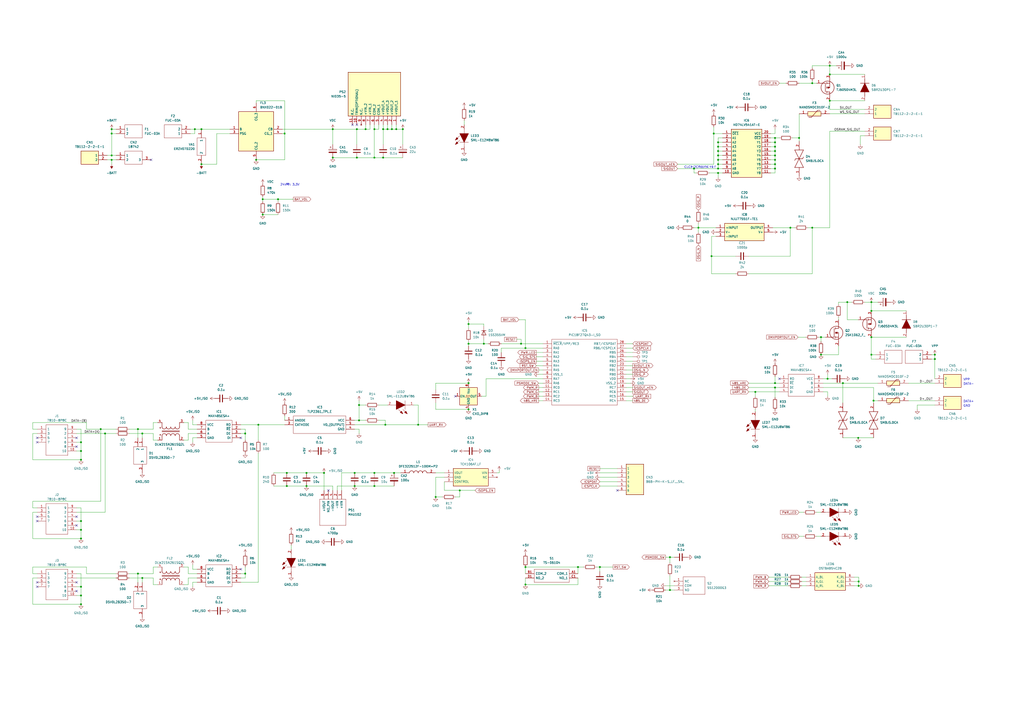
<source format=kicad_sch>
(kicad_sch (version 20230121) (generator eeschema)
  (paper "A2")
  (junction (at 166.37 274.32))
  (junction (at 58.42 248.92))
  (junction (at 217.17 281.94))
  (junction (at 304.8 201.93))
  (junction (at 193.04 74.93))
  (junction (at 480.06 219.71))
  (junction (at 449.58 90.17))
  (junction (at 449.58 222.25))
  (junction (at 60.96 251.46))
  (junction (at 481.33 38.1))
  (junction (at 46.99 256.54))
  (junction (at 412.75 148.59))
  (junction (at 64.77 92.71))
  (junction (at 302.26 199.39))
  (junction (at 449.58 82.55))
  (junction (at 449.58 95.25))
  (junction (at 80.01 332.74))
  (junction (at 335.28 328.93))
  (junction (at 271.78 187.96))
  (junction (at 304.8 328.93))
  (junction (at 266.7 284.48))
  (junction (at 505.46 175.26))
  (junction (at 205.74 281.94))
  (junction (at 227.33 74.93))
  (junction (at 388.62 342.265))
  (junction (at 152.4 115.57))
  (junction (at 505.46 205.74))
  (junction (at 208.28 243.84))
  (junction (at 271.78 199.39))
  (junction (at 449.58 85.09))
  (junction (at 481.33 58.42))
  (junction (at 242.57 246.38))
  (junction (at 82.55 335.28))
  (junction (at 481.33 43.18))
  (junction (at 491.49 175.26))
  (junction (at 304.8 339.09))
  (junction (at 207.01 91.44))
  (junction (at 542.29 208.28))
  (junction (at 177.8 281.94))
  (junction (at 222.25 74.93))
  (junction (at 416.56 82.55))
  (junction (at 177.8 274.32))
  (junction (at 506.73 232.41))
  (junction (at 471.17 132.08))
  (junction (at 46.99 307.34))
  (junction (at 498.094 339.852))
  (junction (at 46.99 350.52))
  (junction (at 116.84 95.25))
  (junction (at 152.4 124.46))
  (junction (at 388.62 323.215))
  (junction (at 405.13 132.08))
  (junction (at 207.01 74.93))
  (junction (at 205.74 274.32))
  (junction (at 46.99 261.62))
  (junction (at 113.03 74.93))
  (junction (at 142.24 332.74))
  (junction (at 271.78 237.49))
  (junction (at 416.56 100.33))
  (junction (at 438.15 227.33))
  (junction (at 449.58 224.79))
  (junction (at 222.25 91.44))
  (junction (at 416.56 90.17))
  (junction (at 64.77 77.47))
  (junction (at 498.094 337.312))
  (junction (at 271.78 222.25))
  (junction (at 416.56 97.79))
  (junction (at 228.6 274.32))
  (junction (at 471.17 48.26))
  (junction (at 402.59 97.79))
  (junction (at 233.68 74.93))
  (junction (at 416.56 95.25))
  (junction (at 416.56 85.09))
  (junction (at 505.46 180.34))
  (junction (at 223.52 246.38))
  (junction (at 449.58 87.63))
  (junction (at 64.77 74.93))
  (junction (at 165.1 77.47))
  (junction (at 497.84 254))
  (junction (at 148.59 92.71))
  (junction (at 449.58 97.79))
  (junction (at 449.58 92.71))
  (junction (at 116.84 74.93))
  (junction (at 193.04 91.44))
  (junction (at 166.37 281.94))
  (junction (at 187.96 274.32))
  (junction (at 347.98 328.93))
  (junction (at 458.47 132.08))
  (junction (at 488.95 222.25))
  (junction (at 142.24 251.46))
  (junction (at 217.17 91.44))
  (junction (at 82.55 251.46))
  (junction (at 208.28 234.95))
  (junction (at 476.25 195.58))
  (junction (at 476.25 205.74))
  (junction (at 64.77 90.17))
  (junction (at 46.99 340.36))
  (junction (at 46.99 266.7))
  (junction (at 542.29 205.74))
  (junction (at 46.99 345.44))
  (junction (at 217.17 74.93))
  (junction (at 416.56 87.63))
  (junction (at 416.56 92.71))
  (junction (at 229.87 74.93))
  (junction (at 414.02 77.47))
  (junction (at 252.73 288.29))
  (junction (at 149.86 246.38))
  (junction (at 280.67 199.39))
  (junction (at 224.79 74.93))
  (junction (at 463.55 80.01))
  (junction (at 449.58 80.01))
  (junction (at 212.09 74.93))
  (junction (at 505.46 195.58))
  (junction (at 217.17 274.32))
  (junction (at 46.99 312.42))
  (junction (at 46.99 302.26))
  (junction (at 80.01 248.92))
  (junction (at 161.29 115.57))
  (no_connect (at 44.45 337.82))
  (no_connect (at 87.63 92.71))
  (no_connect (at 44.45 304.8))
  (no_connect (at 207.01 72.39))
  (no_connect (at 452.12 219.71))
  (no_connect (at 21.59 337.82))
  (no_connect (at 21.59 340.36))
  (no_connect (at 44.45 299.72))
  (no_connect (at 21.59 302.26))
  (no_connect (at 21.59 256.54))
  (no_connect (at 204.47 72.39))
  (no_connect (at 21.59 299.72))
  (no_connect (at 139.7 254))
  (no_connect (at 44.45 259.08))
  (no_connect (at 44.45 342.9))
  (no_connect (at 139.7 330.2))
  (no_connect (at 44.45 254))
  (no_connect (at 264.16 229.87))
  (no_connect (at 21.59 254))
  (no_connect (at 358.14 284.48))
  (no_connect (at 190.5 284.48))
  (wire (pts (xy 224.79 72.39) (xy 224.79 74.93)))
  (wire (pts (xy 505.46 205.74) (xy 508 205.74)))
  (wire (pts (xy 205.74 248.92) (xy 208.28 248.92)))
  (wire (pts (xy 252.73 233.68) (xy 252.73 237.49)))
  (wire (pts (xy 463.55 48.26) (xy 471.17 48.26)))
  (wire (pts (xy 46.99 302.26) (xy 44.45 302.26)))
  (wire (pts (xy 64.77 95.25) (xy 64.77 92.71)))
  (wire (pts (xy 161.29 115.57) (xy 170.18 115.57)))
  (wire (pts (xy 177.8 281.94) (xy 166.37 281.94)))
  (wire (pts (xy 109.22 328.93) (xy 109.22 332.74)))
  (wire (pts (xy 480.06 219.71) (xy 482.6 219.71)))
  (wire (pts (xy 19.05 294.64) (xy 21.59 294.64)))
  (wire (pts (xy 271.78 199.39) (xy 271.78 200.66)))
  (wire (pts (xy 74.93 251.46) (xy 82.55 251.46)))
  (wire (pts (xy 481.33 63.5) (xy 501.65 63.5)))
  (wire (pts (xy 109.22 335.28) (xy 114.3 335.28)))
  (wire (pts (xy 222.25 74.93) (xy 224.79 74.93)))
  (wire (pts (xy 393.065 97.79) (xy 402.59 97.79)))
  (wire (pts (xy 458.47 132.08) (xy 458.47 148.59)))
  (wire (pts (xy 527.05 222.25) (xy 542.29 222.25)))
  (wire (pts (xy 152.4 124.46) (xy 161.29 124.46)))
  (wire (pts (xy 139.7 332.74) (xy 142.24 332.74)))
  (wire (pts (xy 506.73 232.41) (xy 506.73 233.68)))
  (wire (pts (xy 257.81 284.48) (xy 257.81 279.4)))
  (wire (pts (xy 46.99 294.64) (xy 46.99 302.26)))
  (wire (pts (xy 402.59 97.79) (xy 416.56 97.79)))
  (wire (pts (xy 338.455 328.93) (xy 335.28 328.93)))
  (wire (pts (xy 281.94 229.87) (xy 279.4 229.87)))
  (wire (pts (xy 50.165 332.74) (xy 67.31 332.74)))
  (wire (pts (xy 80.01 254) (xy 80.01 248.92)))
  (wire (pts (xy 207.01 74.93) (xy 212.09 74.93)))
  (wire (pts (xy 447.04 87.63) (xy 449.58 87.63)))
  (wire (pts (xy 412.75 148.59) (xy 412.75 137.16)))
  (wire (pts (xy 452.12 48.26) (xy 455.93 48.26)))
  (wire (pts (xy 449.58 222.25) (xy 449.58 218.44)))
  (wire (pts (xy 447.04 85.09) (xy 449.58 85.09)))
  (wire (pts (xy 304.8 328.93) (xy 335.28 328.93)))
  (wire (pts (xy 471.17 132.08) (xy 471.17 158.75)))
  (wire (pts (xy 347.98 276.86) (xy 358.14 276.86)))
  (wire (pts (xy 542.29 208.28) (xy 542.29 219.71)))
  (wire (pts (xy 525.78 195.58) (xy 505.46 195.58)))
  (wire (pts (xy 142.24 251.46) (xy 142.24 255.27)))
  (wire (pts (xy 505.46 175.26) (xy 509.27 175.26)))
  (wire (pts (xy 449.58 95.25) (xy 449.58 97.79)))
  (wire (pts (xy 193.04 74.93) (xy 207.01 74.93)))
  (wire (pts (xy 109.22 332.74) (xy 114.3 332.74)))
  (wire (pts (xy 152.4 114.3) (xy 152.4 115.57)))
  (wire (pts (xy 44.45 251.46) (xy 60.96 251.46)))
  (wire (pts (xy 142.24 248.92) (xy 142.24 251.46)))
  (wire (pts (xy 46.99 307.34) (xy 46.99 312.42)))
  (wire (pts (xy 280.67 196.85) (xy 280.67 199.39)))
  (wire (pts (xy 46.99 332.74) (xy 46.99 340.36)))
  (wire (pts (xy 540.385 205.74) (xy 542.29 205.74)))
  (wire (pts (xy 152.4 115.57) (xy 161.29 115.57)))
  (wire (pts (xy 498.094 334.772) (xy 498.094 337.312)))
  (wire (pts (xy 82.55 251.46) (xy 88.9 251.46)))
  (wire (pts (xy 498.094 337.312) (xy 498.094 339.852)))
  (wire (pts (xy 388.62 323.215) (xy 388.62 326.39)))
  (wire (pts (xy 403.86 100.33) (xy 402.59 100.33)))
  (wire (pts (xy 106.68 328.93) (xy 109.22 328.93)))
  (wire (pts (xy 44.45 345.44) (xy 46.99 345.44)))
  (wire (pts (xy 46.99 340.36) (xy 44.45 340.36)))
  (wire (pts (xy 193.04 284.48) (xy 193.04 281.94)))
  (wire (pts (xy 347.98 328.93) (xy 355.6 328.93)))
  (wire (pts (xy 347.98 271.78) (xy 358.14 271.78)))
  (wire (pts (xy 168.91 316.23) (xy 168.91 318.77)))
  (wire (pts (xy 473.71 297.18) (xy 476.25 297.18)))
  (wire (pts (xy 64.77 90.17) (xy 67.31 90.17)))
  (wire (pts (xy 463.55 311.15) (xy 466.09 311.15)))
  (wire (pts (xy 187.96 274.32) (xy 177.8 274.32)))
  (wire (pts (xy 228.6 274.32) (xy 232.41 274.32)))
  (wire (pts (xy 149.86 246.38) (xy 149.86 255.27)))
  (wire (pts (xy 486.41 200.66) (xy 486.41 205.74)))
  (wire (pts (xy 363.22 227.33) (xy 367.03 227.33)))
  (wire (pts (xy 363.22 214.63) (xy 367.03 214.63)))
  (wire (pts (xy 195.58 284.48) (xy 195.58 281.94)))
  (wire (pts (xy 480.06 217.17) (xy 480.06 219.71)))
  (wire (pts (xy 465.074 339.852) (xy 467.614 339.852)))
  (wire (pts (xy 58.42 248.92) (xy 58.42 290.83)))
  (wire (pts (xy 363.22 224.79) (xy 367.03 224.79)))
  (wire (pts (xy 111.76 243.84) (xy 111.76 246.38)))
  (wire (pts (xy 165.1 92.71) (xy 148.59 92.71)))
  (wire (pts (xy 471.17 39.37) (xy 471.17 38.1)))
  (wire (pts (xy 149.86 337.82) (xy 139.7 337.82)))
  (wire (pts (xy 363.22 222.25) (xy 365.76 222.25)))
  (wire (pts (xy 19.05 245.11) (xy 19.05 248.92)))
  (wire (pts (xy 481.33 58.42) (xy 481.33 63.5)))
  (wire (pts (xy 109.22 335.28) (xy 109.22 339.09)))
  (wire (pts (xy 447.04 97.79) (xy 449.58 97.79)))
  (wire (pts (xy 264.16 288.29) (xy 266.7 288.29)))
  (wire (pts (xy 227.33 74.93) (xy 229.87 74.93)))
  (wire (pts (xy 67.31 251.46) (xy 60.96 251.46)))
  (wire (pts (xy 252.73 288.29) (xy 252.73 276.86)))
  (wire (pts (xy 205.74 246.38) (xy 223.52 246.38)))
  (wire (pts (xy 165.1 246.38) (xy 149.86 246.38)))
  (wire (pts (xy 207.01 91.44) (xy 217.17 91.44)))
  (wire (pts (xy 139.7 251.46) (xy 142.24 251.46)))
  (wire (pts (xy 411.48 100.33) (xy 416.56 100.33)))
  (wire (pts (xy 481.33 43.18) (xy 501.65 43.18)))
  (wire (pts (xy 312.42 229.87) (xy 314.96 229.87)))
  (wire (pts (xy 64.77 74.93) (xy 67.31 74.93)))
  (wire (pts (xy 447.04 82.55) (xy 449.58 82.55)))
  (wire (pts (xy 311.15 207.01) (xy 314.96 207.01)))
  (wire (pts (xy 416.56 85.09) (xy 419.1 85.09)))
  (wire (pts (xy 281.94 219.71) (xy 281.94 229.87)))
  (wire (pts (xy 388.62 342.265) (xy 391.16 342.265)))
  (wire (pts (xy 335.28 328.93) (xy 335.28 332.74)))
  (wire (pts (xy 386.08 323.215) (xy 388.62 323.215)))
  (wire (pts (xy 505.46 195.58) (xy 505.46 205.74)))
  (wire (pts (xy 509.27 222.25) (xy 488.95 222.25)))
  (wire (pts (xy 405.13 132.08) (xy 415.29 132.08)))
  (wire (pts (xy 266.7 288.29) (xy 266.7 284.48)))
  (wire (pts (xy 416.56 95.25) (xy 419.1 95.25)))
  (wire (pts (xy 240.03 234.95) (xy 242.57 234.95)))
  (wire (pts (xy 187.96 284.48) (xy 187.96 274.32)))
  (wire (pts (xy 19.05 248.92) (xy 21.59 248.92)))
  (wire (pts (xy 289.56 273.05) (xy 289.56 274.32)))
  (wire (pts (xy 434.34 227.33) (xy 438.15 227.33)))
  (wire (pts (xy 222.25 72.39) (xy 222.25 74.93)))
  (wire (pts (xy 416.56 87.63) (xy 419.1 87.63)))
  (wire (pts (xy 363.22 219.71) (xy 365.76 219.71)))
  (wire (pts (xy 367.03 207.01) (xy 363.22 207.01)))
  (wire (pts (xy 312.42 222.25) (xy 314.96 222.25)))
  (wire (pts (xy 494.03 175.26) (xy 491.49 175.26)))
  (wire (pts (xy 363.22 217.17) (xy 367.03 217.17)))
  (wire (pts (xy 468.63 132.08) (xy 471.17 132.08)))
  (wire (pts (xy 111.76 330.2) (xy 114.3 330.2)))
  (wire (pts (xy 219.71 234.95) (xy 224.79 234.95)))
  (wire (pts (xy 88.9 245.11) (xy 91.44 245.11)))
  (wire (pts (xy 542.29 205.74) (xy 542.29 208.28)))
  (wire (pts (xy 19.05 297.18) (xy 19.05 312.42)))
  (wire (pts (xy 480.06 219.71) (xy 477.52 219.71)))
  (wire (pts (xy 311.15 204.47) (xy 314.96 204.47)))
  (wire (pts (xy 252.73 274.32) (xy 257.81 274.32)))
  (wire (pts (xy 19.05 328.93) (xy 50.165 328.93)))
  (wire (pts (xy 125.73 77.47) (xy 133.35 77.47)))
  (wire (pts (xy 449.58 92.71) (xy 449.58 95.25)))
  (wire (pts (xy 290.83 204.47) (xy 290.83 201.93)))
  (wire (pts (xy 109.22 248.92) (xy 109.22 245.11)))
  (wire (pts (xy 205.74 281.94) (xy 217.17 281.94)))
  (wire (pts (xy 19.05 335.28) (xy 19.05 350.52)))
  (wire (pts (xy 193.04 281.94) (xy 177.8 281.94)))
  (wire (pts (xy 446.024 339.852) (xy 457.454 339.852)))
  (wire (pts (xy 229.87 74.93) (xy 229.87 72.39)))
  (wire (pts (xy 477.52 227.33) (xy 480.06 227.33)))
  (wire (pts (xy 19.05 332.74) (xy 19.05 328.93)))
  (wire (pts (xy 540.385 208.28) (xy 542.29 208.28)))
  (wire (pts (xy 501.65 78.74) (xy 499.11 78.74)))
  (wire (pts (xy 509.27 232.41) (xy 506.73 232.41)))
  (wire (pts (xy 82.55 251.46) (xy 82.55 254)))
  (wire (pts (xy 290.83 199.39) (xy 302.26 199.39)))
  (wire (pts (xy 449.58 224.79) (xy 452.12 224.79)))
  (wire (pts (xy 50.165 248.92) (xy 58.42 248.92)))
  (wire (pts (xy 488.95 254) (xy 497.84 254)))
  (wire (pts (xy 19.05 297.18) (xy 21.59 297.18)))
  (wire (pts (xy 74.93 335.28) (xy 82.55 335.28)))
  (wire (pts (xy 488.95 222.25) (xy 488.95 233.68)))
  (wire (pts (xy 113.03 74.93) (xy 116.84 74.93)))
  (wire (pts (xy 438.15 237.49) (xy 438.15 238.76)))
  (wire (pts (xy 495.554 339.852) (xy 498.094 339.852)))
  (wire (pts (xy 252.73 288.29) (xy 256.54 288.29)))
  (wire (pts (xy 46.99 248.92) (xy 46.99 256.54)))
  (wire (pts (xy 46.99 256.54) (xy 46.99 261.62)))
  (wire (pts (xy 58.42 290.83) (xy 19.05 290.83)))
  (wire (pts (xy 473.71 311.15) (xy 476.25 311.15)))
  (wire (pts (xy 44.45 294.64) (xy 46.99 294.64)))
  (wire (pts (xy 505.46 205.74) (xy 505.46 208.28)))
  (wire (pts (xy 109.22 248.92) (xy 114.3 248.92)))
  (wire (pts (xy 177.8 274.32) (xy 166.37 274.32)))
  (wire (pts (xy 208.28 243.84) (xy 212.09 243.84)))
  (wire (pts (xy 50.165 328.93) (xy 50.165 332.74)))
  (wire (pts (xy 193.04 91.44) (xy 207.01 91.44)))
  (wire (pts (xy 67.31 248.92) (xy 58.42 248.92)))
  (wire (pts (xy 149.86 262.89) (xy 149.86 337.82)))
  (wire (pts (xy 60.96 251.46) (xy 60.96 297.18)))
  (wire (pts (xy 217.17 91.44) (xy 222.25 91.44)))
  (wire (pts (xy 448.31 132.08) (xy 458.47 132.08)))
  (wire (pts (xy 347.98 279.4) (xy 358.14 279.4)))
  (wire (pts (xy 434.34 222.25) (xy 449.58 222.25)))
  (wire (pts (xy 312.42 214.63) (xy 314.96 214.63)))
  (wire (pts (xy 367.03 209.55) (xy 363.22 209.55)))
  (wire (pts (xy 412.75 158.75) (xy 412.75 148.59)))
  (wire (pts (xy 486.41 184.15) (xy 486.41 185.42)))
  (wire (pts (xy 447.04 92.71) (xy 449.58 92.71)))
  (wire (pts (xy 74.93 332.74) (xy 80.01 332.74)))
  (wire (pts (xy 109.22 251.46) (xy 109.22 255.27)))
  (wire (pts (xy 46.99 256.54) (xy 44.45 256.54)))
  (wire (pts (xy 426.72 148.59) (xy 412.75 148.59)))
  (wire (pts (xy 527.05 232.41) (xy 542.29 232.41)))
  (wire (pts (xy 465.074 334.772) (xy 467.614 334.772)))
  (wire (pts (xy 532.13 234.95) (xy 532.13 237.49)))
  (wire (pts (xy 242.57 246.38) (xy 248.285 246.38)))
  (wire (pts (xy 416.56 95.25) (xy 416.56 97.79)))
  (wire (pts (xy 449.58 90.17) (xy 449.58 92.71)))
  (wire (pts (xy 363.22 199.39) (xy 367.03 199.39)))
  (wire (pts (xy 280.67 199.39) (xy 283.21 199.39)))
  (wire (pts (xy 207.01 74.93) (xy 207.01 83.82)))
  (wire (pts (xy 280.67 189.23) (xy 280.67 187.96)))
  (wire (pts (xy 242.57 234.95) (xy 242.57 246.38)))
  (wire (pts (xy 491.49 185.42) (xy 491.49 175.26)))
  (wire (pts (xy 217.17 72.39) (xy 217.17 74.93)))
  (wire (pts (xy 481.33 58.42) (xy 501.65 58.42)))
  (wire (pts (xy 481.33 76.2) (xy 481.33 132.08)))
  (wire (pts (xy 505.46 180.34) (xy 525.78 180.34)))
  (wire (pts (xy 252.73 226.06) (xy 252.73 222.25)))
  (wire (pts (xy 88.9 332.74) (xy 88.9 328.93)))
  (wire (pts (xy 302.26 199.39) (xy 314.96 199.39)))
  (wire (pts (xy 505.46 175.26) (xy 505.46 180.34)))
  (wire (pts (xy 386.08 342.265) (xy 388.62 342.265)))
  (wire (pts (xy 44.45 248.92) (xy 46.99 248.92)))
  (wire (pts (xy 335.28 339.09) (xy 304.8 339.09)))
  (wire (pts (xy 109.22 339.09) (xy 106.68 339.09)))
  (wire (pts (xy 416.56 100.33) (xy 416.56 102.87)))
  (wire (pts (xy 217.17 281.94) (xy 228.6 281.94)))
  (wire (pts (xy 481.33 66.04) (xy 501.65 66.04)))
  (wire (pts (xy 64.77 92.71) (xy 67.31 92.71)))
  (wire (pts (xy 271.78 186.69) (xy 271.78 187.96)))
  (wire (pts (xy 280.67 187.96) (xy 271.78 187.96)))
  (wire (pts (xy 88.9 339.09) (xy 88.9 335.28)))
  (wire (pts (xy 481.33 38.1) (xy 481.33 43.18)))
  (wire (pts (xy 414.02 77.47) (xy 419.1 77.47)))
  (wire (pts (xy 80.01 248.92) (xy 88.9 248.92)))
  (wire (pts (xy 242.57 246.38) (xy 223.52 246.38)))
  (wire (pts (xy 111.76 246.38) (xy 114.3 246.38)))
  (wire (pts (xy 114.3 337.82) (xy 111.76 337.82)))
  (wire (pts (xy 44.45 335.28) (xy 67.31 335.28)))
  (wire (pts (xy 449.58 82.55) (xy 449.58 85.09)))
  (wire (pts (xy 217.17 274.32) (xy 228.6 274.32)))
  (wire (pts (xy 414.02 77.47) (xy 414.02 95.25)))
  (wire (pts (xy 299.72 196.85) (xy 302.26 196.85)))
  (wire (pts (xy 222.25 91.44) (xy 233.68 91.44)))
  (wire (pts (xy 302.26 196.85) (xy 302.26 199.39)))
  (wire (pts (xy 416.56 92.71) (xy 419.1 92.71)))
  (wire (pts (xy 416.56 90.17) (xy 416.56 92.71)))
  (wire (pts (xy 471.17 158.75) (xy 434.34 158.75)))
  (wire (pts (xy 19.05 251.46) (xy 19.05 266.7)))
  (wire (pts (xy 280.67 199.39) (xy 271.78 199.39)))
  (wire (pts (xy 495.554 334.772) (xy 498.094 334.772)))
  (wire (pts (xy 314.96 219.71) (xy 281.94 219.71)))
  (wire (pts (xy 219.71 72.39) (xy 219.71 74.93)))
  (wire (pts (xy 449.58 74.93) (xy 449.58 77.47)))
  (wire (pts (xy 67.31 77.47) (xy 64.77 77.47)))
  (wire (pts (xy 252.73 222.25) (xy 271.78 222.25)))
  (wire (pts (xy 314.96 232.41) (xy 312.42 232.41)))
  (wire (pts (xy 19.05 312.42) (xy 46.99 312.42)))
  (wire (pts (xy 434.34 224.79) (xy 449.58 224.79)))
  (wire (pts (xy 233.68 74.93) (xy 233.68 83.82)))
  (wire (pts (xy 227.33 72.39) (xy 227.33 74.93)))
  (wire (pts (xy 505.46 208.28) (xy 508 208.28)))
  (wire (pts (xy 363.22 201.93) (xy 367.03 201.93)))
  (wire (pts (xy 111.76 327.66) (xy 111.76 330.2)))
  (wire (pts (xy 50.165 245.11) (xy 50.165 248.92)))
  (wire (pts (xy 195.58 281.94) (xy 205.74 281.94)))
  (wire (pts (xy 163.83 77.47) (xy 165.1 77.47)))
  (wire (pts (xy 304.8 201.93) (xy 314.96 201.93)))
  (wire (pts (xy 91.44 339.09) (xy 88.9 339.09)))
  (wire (pts (xy 109.22 251.46) (xy 114.3 251.46)))
  (wire (pts (xy 449.58 80.01) (xy 449.58 82.55)))
  (wire (pts (xy 481.33 38.1) (xy 485.14 38.1)))
  (wire (pts (xy 163.83 74.93) (xy 193.04 74.93)))
  (wire (pts (xy 449.58 222.25) (xy 452.12 222.25)))
  (wire (pts (xy 64.77 77.47) (xy 64.77 90.17)))
  (wire (pts (xy 480.06 227.33) (xy 480.06 229.87)))
  (wire (pts (xy 88.9 328.93) (xy 91.44 328.93)))
  (wire (pts (xy 110.49 77.47) (xy 113.03 77.47)))
  (wire (pts (xy 148.59 59.69) (xy 148.59 58.42)))
  (wire (pts (xy 465.074 337.312) (xy 467.614 337.312)))
  (wire (pts (xy 46.99 261.62) (xy 46.99 266.7)))
  (wire (pts (xy 125.73 77.47) (xy 125.73 95.25)))
  (wire (pts (xy 447.04 100.33) (xy 449.58 100.33)))
  (wire (pts (xy 416.56 82.55) (xy 416.56 85.09)))
  (wire (pts (xy 229.87 74.93) (xy 233.68 74.93)))
  (wire (pts (xy 44.45 261.62) (xy 46.99 261.62)))
  (wire (pts (xy 19.05 245.11) (xy 50.165 245.11)))
  (wire (pts (xy 139.7 248.92) (xy 142.24 248.92)))
  (wire (pts (xy 486.41 175.26) (xy 491.49 175.26)))
  (wire (pts (xy 367.03 204.47) (xy 363.22 204.47)))
  (wire (pts (xy 44.45 332.74) (xy 46.99 332.74)))
  (wire (pts (xy 19.05 251.46) (xy 21.59 251.46)))
  (wire (pts (xy 449.58 97.79) (xy 449.58 100.33)))
  (wire (pts (xy 142.24 332.74) (xy 142.24 328.93)))
  (wire (pts (xy 166.37 274.32) (xy 158.75 274.32)))
  (wire (pts (xy 388.62 323.215) (xy 391.16 323.215)))
  (wire (pts (xy 88.9 248.92) (xy 88.9 245.11)))
  (wire (pts (xy 290.83 201.93) (xy 304.8 201.93)))
  (wire (pts (xy 426.72 158.75) (xy 412.75 158.75)))
  (wire (pts (xy 60.96 297.18) (xy 44.45 297.18)))
  (wire (pts (xy 497.84 185.42) (xy 491.49 185.42)))
  (wire (pts (xy 446.024 337.312) (xy 457.454 337.312)))
  (wire (pts (xy 416.56 87.63) (xy 416.56 90.17)))
  (wire (pts (xy 412.75 137.16) (xy 415.29 137.16)))
  (wire (pts (xy 449.58 87.63) (xy 449.58 90.17)))
  (wire (pts (xy 311.15 212.09) (xy 314.96 212.09)))
  (wire (pts (xy 252.73 237.49) (xy 271.78 237.49)))
  (wire (pts (xy 449.58 77.47) (xy 447.04 77.47)))
  (wire (pts (xy 363.22 232.41) (xy 367.03 232.41)))
  (wire (pts (xy 214.63 72.39) (xy 214.63 74.93)))
  (wire (pts (xy 462.915 195.58) (xy 467.36 195.58)))
  (wire (pts (xy 300.99 185.42) (xy 304.8 185.42)))
  (wire (pts (xy 363.22 229.87) (xy 367.03 229.87)))
  (wire (pts (xy 452.12 80.01) (xy 449.58 80.01)))
  (wire (pts (xy 219.71 74.93) (xy 217.17 74.93)))
  (wire (pts (xy 110.49 74.93) (xy 113.03 74.93)))
  (wire (pts (xy 212.09 72.39) (xy 212.09 74.93)))
  (wire (pts (xy 438.15 227.33) (xy 438.15 229.87)))
  (wire (pts (xy 222.25 74.93) (xy 222.25 83.82)))
  (wire (pts (xy 289.56 274.32) (xy 288.29 274.32)))
  (wire (pts (xy 111.76 337.82) (xy 111.76 340.36)))
  (wire (pts (xy 312.42 227.33) (xy 314.96 227.33)))
  (wire (pts (xy 388.62 334.01) (xy 388.62 342.265)))
  (wire (pts (xy 165.1 58.42) (xy 165.1 77.47)))
  (wire (pts (xy 205.74 274.32) (xy 217.17 274.32)))
  (wire (pts (xy 347.98 328.93) (xy 347.98 331.47)))
  (wire (pts (xy 495.554 337.312) (xy 498.094 337.312)))
  (wire (pts (xy 114.3 254) (xy 111.76 254)))
  (wire (pts (xy 269.24 69.85) (xy 269.24 72.39)))
  (wire (pts (xy 113.03 74.93) (xy 113.03 77.47)))
  (wire (pts (xy 506.73 224.79) (xy 477.52 224.79)))
  (wire (pts (xy 447.04 90.17) (xy 449.58 90.17)))
  (wire (pts (xy 471.17 48.26) (xy 473.71 48.26)))
  (wire (pts (xy 447.04 80.01) (xy 449.58 80.01)))
  (wire (pts (xy 224.79 74.93) (xy 227.33 74.93)))
  (wire (pts (xy 208.28 248.92) (xy 208.28 251.46)))
  (wire (pts (xy 208.28 243.84) (xy 208.28 234.95)))
  (wire (pts (xy 497.84 254) (xy 506.73 254)))
  (wire (pts (xy 347.98 281.94) (xy 358.14 281.94)))
  (wire (pts (xy 446.024 334.772) (xy 457.454 334.772)))
  (wire (pts (xy 416.56 97.79) (xy 419.1 97.79)))
  (wire (pts (xy 312.42 224.79) (xy 314.96 224.79)))
  (wire (pts (xy 80.01 332.74) (xy 80.01 337.82)))
  (wire (pts (xy 459.74 80.01) (xy 463.55 80.01)))
  (wire (pts (xy 419.1 100.33) (xy 416.56 100.33)))
  (wire (pts (xy 402.59 132.08) (xy 405.13 132.08)))
  (wire (pts (xy 19.05 335.28) (xy 21.59 335.28)))
  (wire (pts (xy 109.22 245.11) (xy 106.68 245.11)))
  (wire (pts (xy 501.65 175.26) (xy 505.46 175.26)))
  (wire (pts (xy 476.25 195.58) (xy 476.25 198.12)))
  (wire (pts (xy 506.73 224.79) (xy 506.73 232.41)))
  (wire (pts (xy 91.44 255.27) (xy 88.9 255.27)))
  (wire (pts (xy 311.15 209.55) (xy 314.96 209.55)))
  (wire (pts (xy 458.47 132.08) (xy 461.01 132.08)))
  (wire (pts (xy 217.17 74.93) (xy 217.17 91.44)))
  (wire (pts (xy 198.12 274.32) (xy 205.74 274.32)))
  (wire (pts (xy 486.41 205.74) (xy 476.25 205.74)))
  (wire (pts (xy 477.52 222.25) (xy 488.95 222.25)))
  (wire (pts (xy 478.79 195.58) (xy 476.25 195.58)))
  (wire (pts (xy 46.99 340.36) (xy 46.99 345.44)))
  (wire (pts (xy 88.9 255.27) (xy 88.9 251.46)))
  (wire (pts (xy 304.8 339.09) (xy 304.8 335.28)))
  (wire (pts (xy 125.73 95.25) (xy 116.84 95.25)))
  (wire (pts (xy 21.59 332.74) (xy 19.05 332.74)))
  (wire (pts (xy 111.76 254) (xy 111.76 256.54)))
  (wire (pts (xy 223.52 246.38) (xy 223.52 243.84)))
  (wire (pts (xy 193.04 74.93) (xy 193.04 83.82)))
  (wire (pts (xy 438.15 227.33) (xy 452.12 227.33)))
  (wire (pts (xy 64.77 77.47) (xy 64.77 74.93)))
  (wire (pts (xy 166.37 281.94) (xy 158.75 281.94)))
  (wire (pts (xy 416.56 80.01) (xy 416.56 82.55)))
  (wire (pts (xy 416.56 92.71) (xy 416.56 95.25)))
  (wire (pts (xy 304.8 185.42) (xy 304.8 201.93)))
  (wire (pts (xy 252.73 276.86) (xy 257.81 276.86)))
  (wire (pts (xy 161.29 115.57) (xy 161.29 116.84)))
  (wire (pts (xy 416.56 82.55) (xy 419.1 82.55)))
  (wire (pts (xy 109.22 255.27) (xy 106.68 255.27)))
  (wire (pts (xy 139.7 246.38) (xy 149.86 246.38)))
  (wire (pts (xy 463.55 66.04) (xy 463.55 80.01)))
  (wire (pts (xy 335.28 335.28) (xy 335.28 339.09)))
  (wire (pts (xy 19.05 266.7) (xy 46.99 266.7)))
  (wire (pts (xy 44.45 307.34) (xy 46.99 307.34)))
  (wire (pts (xy 367.03 212.09) (xy 363.22 212.09)))
  (wire (pts (xy 463.55 297.18) (xy 466.09 297.18)))
  (wire (pts (xy 152.4 115.57) (xy 152.4 116.84)))
  (wire (pts (xy 271.78 187.96) (xy 271.78 190.5)))
  (wire (pts (xy 80.01 332.74) (xy 88.9 332.74)))
  (wire (pts (xy 449.58 85.09) (xy 449.58 87.63)))
  (wire (pts (xy 542.29 234.95) (xy 532.13 234.95)))
  (wire (pts (xy 416.56 90.17) (xy 419.1 90.17)))
  (wire (pts (xy 198.12 274.32) (xy 198.12 284.48)))
  (wire (pts (xy 416.56 85.09) (xy 416.56 87.63)))
  (wire (pts (xy 62.23 92.71) (xy 64.77 92.71)))
  (wire (pts (xy 266.7 284.48) (xy 257.81 284.48)))
  (wire (pts (xy 208.28 234.95) (xy 212.09 234.95)))
  (wire (pts (xy 474.98 195.58) (xy 476.25 195.58)))
  (wire (pts (xy 19.05 350.52) (xy 46.99 350.52)))
  (wire (pts (xy 142.24 332.74) (xy 142.24 335.28)))
  (wire (pts (xy 46.99 345.44) (xy 46.99 350.52)))
  (wire (pts (xy 402.59 100.33) (xy 402.59 97.79)))
  (wire (pts (xy 312.42 217.17) (xy 314.96 217.17)))
  (wire (pts (xy 414.02 77.47) (xy 414.02 73.66)))
  (wire (pts (xy 46.99 302.26) (xy 46.99 307.34)))
  (wire (pts (xy 223.52 243.84) (xy 219.71 243.84)))
  (wire (pts (xy 214.63 74.93) (xy 212.09 74.93)))
  (wire (pts (xy 499.11 78.74) (xy 499.11 83.82)))
  (wire (pts (xy 386.08 339.725) (xy 391.16 339.725)))
  (wire (pts (xy 304.8 332.74) (xy 304.8 328.93)))
  (wire (pts (xy 271.78 198.12) (xy 271.78 199.39)))
  (wire (pts (xy 82.55 335.28) (xy 82.55 337.82)))
  (wire (pts (xy 405.13 129.54) (xy 405.13 132.08)))
  (wire (pts (xy 486.41 176.53) (xy 486.41 175.26)))
  (wire (pts (xy 74.93 248.92) (xy 80.01 248.92)))
  (wire (pts (xy 165.1 241.3) (xy 165.1 243.84)))
  (wire (pts (xy 62.23 90.17) (xy 64.77 90.17)))
  (wire (pts (xy 471.17 46.99) (xy 471.17 48.26)))
  (wire (pts (xy 165.1 77.47) (xy 165.1 92.71)))
  (wire (pts (xy 208.28 234.95) (xy 208.28 232.41)))
  (wire (pts (xy 205.74 243.84) (xy 208.28 243.84)))
  (wire (pts (xy 449.58 230.505) (xy 449.58 224.79)))
  (wire (pts (xy 481.33 76.2) (xy 501.65 76.2)))
  (wire (pts (xy 347.98 274.32) (xy 358.14 274.32)))
  (wire (pts (xy 82.55 335.28) (xy 88.9 335.28)))
  (wire (pts (xy 19.05 290.83) (xy 19.05 294.64)))
  (wire (pts (xy 458.47 148.59) (xy 434.34 148.59)))
  (wire (pts (xy 471.17 132.08) (xy 481.33 132.08)))
  (wire (pts (xy 447.04 95.25) (xy 449.58 95.25)))
  (wire (pts (xy 471.17 38.1) (xy 481.33 38.1)))
  (wire (pts (xy 139.7 335.28) (xy 142.24 335.28)))
  (wire (pts (xy 414.02 95.25) (xy 393.065 95.25)))
  (wire (pts (xy 116.84 74.93) (xy 133.35 74.93)))
  (wire (pts (xy 419.1 80.01) (xy 416.56 80.01)))
  (wire (pts (xy 148.59 58.42) (xy 165.1 58.42)))
  (wire (pts (xy 463.55 80.01) (xy 463.55 81.915)))
  (wire (pts (xy 266.7 284.48) (xy 275.59 284.48)))
  (wire (pts (xy 346.075 328.93) (xy 347.98 328.93)))
  (wire (pts (xy 405.13 132.08) (xy 405.13 134.62)))
  (text "GND" (at 558.8 236.22 0) (effects (font (size 1.27 1.27)) (justify left bottom)))
  (text "DATA+" (at 558.8 233.68 0) (effects (font (size 1.27 1.27)) (justify left bottom)))
  (text "DATA-" (at 558.8 223.52 0) (effects (font (size 1.27 1.27)) (justify left bottom)))
  (text "CLCかI2Cの出力につなぐ" (at 396.875 97.79 0) (effects (font (size 1.27 1.27)) (justify left bottom)))
  (text "VPP" (at 558.8 220.98 0) (effects (font (size 1.27 1.27)) (justify left bottom)))
  (text "24V時: 3.3V" (at 162.56 107.95 0) (effects (font (size 1.27 1.27)) (justify left bottom)))
  (label "5V_OUT" (at 487.045 63.5 0))
  (label "D+_OUT" (at 533.4 232.41 0))
  (label "WS_SIG_OUT" (at 487.045 66.04 0))
  (label "DATA-(B)" (at 41.275 245.11 0))
  (label "OSRAM_SIG_OUT" (at 483.87 76.2 0))
  (label "DATA+(A)" (at 48.895 251.46 0))
  (label "D-_OUT" (at 533.4 222.25 0))
  (global_label "RST_SW" (shape output) (at 355.6 328.93 0) (property "Intersheetrefs" "${INTERSHEET_REFS}" (effects hide)))
  (global_label "RESET" (shape passive) (at 299.72 196.85 180) (property "Intersheetrefs" "${INTERSHEET_REFS}" (effects hide)))
  (global_label "ICSPDAT" (shape bidirectional) (at 367.03 199.39 0) (property "Intersheetrefs" "${INTERSHEET_REFS}" (effects hide)))
  (global_label "PSMODE_SW" (shape input) (at 312.42 222.25 180) (property "Intersheetrefs" "${INTERSHEET_REFS}" (effects hide)))
  (global_label "485_DE" (shape input) (at 434.34 224.79 180) (property "Intersheetrefs" "${INTERSHEET_REFS}" (effects hide)))
  (global_label "PWM_R" (shape output) (at 312.42 224.79 180) (property "Intersheetrefs" "${INTERSHEET_REFS}" (effects hide)))
  (global_label "RST_SW" (shape input) (at 311.15 212.09 180) (property "Intersheetrefs" "${INTERSHEET_REFS}" (effects hide)))
  (global_label "ISOPS_EN" (shape input) (at 275.59 284.48 0) (property "Intersheetrefs" "${INTERSHEET_REFS}" (effects hide)))
  (global_label "PWR_LED" (shape input) (at 463.55 297.18 180) (property "Intersheetrefs" "${INTERSHEET_REFS}" (effects hide)))
  (global_label "OSIG_P" (shape output) (at 367.03 217.17 0) (property "Intersheetrefs" "${INTERSHEET_REFS}" (effects hide)))
  (global_label "BAT_VOL" (shape output) (at 170.18 115.57 0) (property "Intersheetrefs" "${INTERSHEET_REFS}" (effects hide)))
  (global_label "DMXPORTOUT_EN" (shape output) (at 312.42 214.63 180) (property "Intersheetrefs" "${INTERSHEET_REFS}" (effects hide)))
  (global_label "SIGOUT_nEN" (shape output) (at 367.03 224.79 0) (property "Intersheetrefs" "${INTERSHEET_REFS}" (effects hide)))
  (global_label "485_DE" (shape output) (at 367.03 232.41 0) (property "Intersheetrefs" "${INTERSHEET_REFS}" (effects hide)))
  (global_label "DMXPORTOUT_EN" (shape input) (at 462.915 195.58 180) (property "Intersheetrefs" "${INTERSHEET_REFS}" (effects hide)))
  (global_label "OSIG_P" (shape input) (at 405.13 121.92 90) (property "Intersheetrefs" "${INTERSHEET_REFS}" (effects hide)))
  (global_label "PWM_B" (shape output) (at 312.42 229.87 180) (property "Intersheetrefs" "${INTERSHEET_REFS}" (effects hide)))
  (global_label "ISOPS_EN" (shape output) (at 311.15 209.55 180) (property "Intersheetrefs" "${INTERSHEET_REFS}" (effects hide)))
  (global_label "PWM_B" (shape input) (at 446.024 334.772 180) (property "Intersheetrefs" "${INTERSHEET_REFS}" (effects hide)))
  (global_label "UART_RX" (shape input) (at 367.03 229.87 0) (property "Intersheetrefs" "${INTERSHEET_REFS}" (effects hide)))
  (global_label "RESET" (shape passive) (at 347.98 271.78 180) (property "Intersheetrefs" "${INTERSHEET_REFS}" (effects hide)))
  (global_label "ICSPCLK" (shape input) (at 367.03 201.93 0) (property "Intersheetrefs" "${INTERSHEET_REFS}" (effects hide)))
  (global_label "SIGOUT_nEN" (shape input) (at 393.065 95.25 180) (property "Intersheetrefs" "${INTERSHEET_REFS}" (effects hide)))
  (global_label "SIGOUT" (shape output) (at 367.03 227.33 0) (property "Intersheetrefs" "${INTERSHEET_REFS}" (effects hide)))
  (global_label "ICSPCLK" (shape input) (at 347.98 281.94 180) (property "Intersheetrefs" "${INTERSHEET_REFS}" (effects hide)))
  (global_label "PWM_G" (shape output) (at 312.42 227.33 180) (property "Intersheetrefs" "${INTERSHEET_REFS}" (effects hide)))
  (global_label "UART_RX" (shape output) (at 248.285 246.38 0) (property "Intersheetrefs" "${INTERSHEET_REFS}" (effects hide)))
  (global_label "485_nRE" (shape output) (at 312.42 232.41 180) (property "Intersheetrefs" "${INTERSHEET_REFS}" (effects hide)))
  (global_label "PWM_R" (shape input) (at 446.024 339.852 180) (property "Intersheetrefs" "${INTERSHEET_REFS}" (effects hide)))
  (global_label "SIG_STS" (shape output) (at 311.15 207.01 180) (property "Intersheetrefs" "${INTERSHEET_REFS}" (effects hide)))
  (global_label "PWM_G" (shape input) (at 446.024 337.312 180) (property "Intersheetrefs" "${INTERSHEET_REFS}" (effects hide)))
  (global_label "BAT_VOL" (shape input) (at 300.99 185.42 180) (property "Intersheetrefs" "${INTERSHEET_REFS}" (effects hide)))
  (global_label "SIGOUT" (shape input) (at 393.065 97.79 180) (property "Intersheetrefs" "${INTERSHEET_REFS}" (effects hide)))
  (global_label "OSIG_N" (shape input) (at 405.13 142.24 270) (property "Intersheetrefs" "${INTERSHEET_REFS}" (effects hide)))
  (global_label "ICSPDAT" (shape bidirectional) (at 347.98 279.4 180) (property "Intersheetrefs" "${INTERSHEET_REFS}" (effects hide)))
  (global_label "SIG_STS" (shape input) (at 463.55 311.15 180) (property "Intersheetrefs" "${INTERSHEET_REFS}" (effects hide)))
  (global_label "485_nRE" (shape input) (at 434.34 222.25 180) (property "Intersheetrefs" "${INTERSHEET_REFS}" (effects hide)))
  (global_label "PWR_LED" (shape output) (at 311.15 204.47 180) (property "Intersheetrefs" "${INTERSHEET_REFS}" (effects hide)))
  (global_label "5VOUT_EN" (shape output) (at 367.03 212.09 0) (property "Intersheetrefs" "${INTERSHEET_REFS}" (effects hide)))
  (global_label "5VOUT_EN" (shape input) (at 452.12 48.26 180) (property "Intersheetrefs" "${INTERSHEET_REFS}" (effects hide)))
  (global_label "PSMODE_SW" (shape output) (at 386.08 323.215 180) (property "Intersheetrefs" "${INTERSHEET_REFS}" (effects hide)))
  (global_label "OSIG_N" (shape output) (at 367.03 214.63 0) (property "Intersheetrefs" "${INTERSHEET_REFS}" (effects hide)))
  (global_label "UART_RX" (shape input) (at 434.34 227.33 180) (property "Intersheetrefs" "${INTERSHEET_REFS}" (effects hide)))
  (symbol (lib_id "DMX512toWS2811:GND_ISO") (at 82.55 358.14 0) (unit 1)
    (property "Reference" "#PWR07" (effects hide))
    (property "Value" "GND_ISO" (at 82.55 363.22 0))
  )
  (symbol (lib_id "Device:C") (at 486.41 219.71 270) (unit 1)
    (property "Reference" "C19" (at 486.41 212.09 90))
    (property "Value" "0.1u" (at 486.41 214.63 90))
    (property "Footprint" "Capacitor_SMD:C_0603_1608Metric_Pad1.08x0.95mm_HandSolder" (effects hide))
    (property "Manufacturer_Name" "murata" (effects hide))
    (property "Manufacturer_Part_Number" "GRM188F11H104ZA01" (effects hide))
  )
  (symbol (lib_id "SamacSys_Parts:TCK106AF,LF") (at 257.81 274.32 0) (unit 1)
    (property "Reference" "IC4" (at 273.05 266.7 0))
    (property "Value" "TCK106AF,LF" (at 273.05 269.24 0))
    (property "Footprint" "SMV_1" (effects hide))
    (property "Datasheet" "http://toshiba.semicon-storage.com/info/docget.jsp?did=53240&prodName=TCK106AF" (effects hide))
    (property "Manufacturer_Name" "Toshiba" (effects hide))
    (property "Manufacturer_Part_Number" "TCK106AF,LF" (effects hide))
    (property "Mouser Part Number" "757-TCK106AFLF" (effects hide))
    (property "Mouser Price/Stock" "https://www.mouser.co.uk/ProductDetail/Toshiba/TCK106AFLF?qs=hicmRmzGcNR7X7BF46IiOg%3D%3D" (effects hide))
    (property "Arrow Part Number" "TCK106AF,LF" (effects hide))
    (property "Arrow Price/Stock" "https://www.arrow.com/en/products/tck106aflf/toshiba?region=nac" (effects hide))
  )
  (symbol (lib_id "power:GND") (at 365.76 222.25 90) (unit 1)
    (property "Reference" "#PWR062" (effects hide))
    (property "Value" "GND" (at 369.57 222.25 90) (effects (justify right)))
  )
  (symbol (lib_id "SamacSys_Parts:D5V0L2B3SO-7") (at 82.55 254 270) (unit 1)
    (property "Reference" "D1" (at 86.36 262.89 90) (effects (justify left)))
    (property "Value" "D5V0L2B3SO-7" (at 86.36 265.43 90) (effects (justify left)))
    (property "Footprint" "SOT96P240X100-3N" (effects hide))
    (property "Datasheet" "https://datasheet.datasheetarchive.com/originals/distributors/Datasheets-DIO/DSADIO2000191.pdf" (effects hide))
    (property "Description" "TVS,Diode,Array,ESD,Sup,+/-30KV,SOT23 DiodesZetex D5V0L2B3SO-7, Bi-Directional TVS Diode Array Array, 14V, 84W, 3-Pin SOT-23" (effects hide))
    (property "Height" "1" (effects hide))
    (property "Manufacturer_Name" "Diodes Inc." (effects hide))
    (property "Manufacturer_Part_Number" "D5V0L2B3SO-7" (effects hide))
    (property "Mouser Part Number" "621-D5V0L2B3SO-7" (effects hide))
    (property "Mouser Price/Stock" "https://www.mouser.co.uk/ProductDetail/Diodes-Incorporated/D5V0L2B3SO-7?qs=gfe7vQ8txpUquk%252BAuXNSLw%3D%3D" (effects hide))
    (property "Arrow Part Number" "D5V0L2B3SO-7" (effects hide))
    (property "Arrow Price/Stock" "https://www.arrow.com/en/products/d5v0l2b3so-7/diodes-incorporated?region=nac" (effects hide))
  )
  (symbol (lib_id "DMX512toWS2811:GND_ISO") (at 142.24 262.89 0) (unit 1)
    (property "Reference" "#PWR017" (effects hide))
    (property "Value" "GND_ISO" (at 142.24 267.97 0))
  )
  (symbol (lib_id "Connector:TestPoint") (at 367.03 207.01 270) (unit 1)
    (property "Reference" "TP2" (at 372.11 207.01 90) (effects (justify left)))
    (property "Value" "TestPoint" (effects hide))
    (property "Footprint" "TestPoint:TestPoint_THTPad_D1.5mm_Drill0.7mm" (effects hide))
  )
  (symbol (lib_id "Device:R") (at 476.25 201.93 0) (mirror y) (unit 1)
    (property "Reference" "R38" (at 473.71 200.66 0) (effects (justify left)))
    (property "Value" "100k" (at 473.71 203.2 0) (effects (justify left)))
    (property "Footprint" "Resistor_SMD:R_0603_1608Metric_Pad0.98x0.95mm_HandSolder" (effects hide))
    (property "Manufacturer_Name" "FAITHFUL LINK INDUSTRIAL CORP." (effects hide))
    (property "Manufacturer_Part_Number" "RC0603J100K" (effects hide))
  )
  (symbol (lib_id "Device:R") (at 486.41 180.34 0) (mirror y) (unit 1)
    (property "Reference" "R39" (at 483.87 179.07 0) (effects (justify left)))
    (property "Value" "100k" (at 483.87 181.61 0) (effects (justify left)))
    (property "Footprint" "Resistor_SMD:R_0603_1608Metric_Pad0.98x0.95mm_HandSolder" (effects hide))
    (property "Manufacturer_Name" "FAITHFUL LINK INDUSTRIAL CORP." (effects hide))
    (property "Manufacturer_Part_Number" "RC0603J100K" (effects hide))
  )
  (symbol (lib_id "power:GND") (at 347.98 339.09 0) (unit 1)
    (property "Reference" "#PWR053" (effects hide))
    (property "Value" "GND" (at 347.98 342.9 90) (effects (justify right)))
  )
  (symbol (lib_id "Device:R") (at 497.84 175.26 90) (mirror x) (unit 1)
    (property "Reference" "R40" (at 497.84 168.91 90))
    (property "Value" "100k" (at 497.84 171.45 90))
    (property "Footprint" "Resistor_SMD:R_0603_1608Metric_Pad0.98x0.95mm_HandSolder" (effects hide))
    (property "Manufacturer_Name" "FAITHFUL LINK INDUSTRIAL CORP." (effects hide))
    (property "Manufacturer_Part_Number" "RC0603J100K" (effects hide))
  )
  (symbol (lib_id "power:GND") (at 480.06 229.87 0) (unit 1)
    (property "Reference" "#PWR077" (effects hide))
    (property "Value" "GND" (at 482.6 231.14 0) (effects (justify left)))
  )
  (symbol (lib_id "power:GND") (at 152.4 124.46 0) (unit 1)
    (property "Reference" "#PWR021" (effects hide))
    (property "Value" "GND" (at 152.4 129.54 0))
  )
  (symbol (lib_id "Device:R") (at 304.8 325.12 0) (mirror y) (unit 1)
    (property "Reference" "R16" (at 307.34 323.85 0) (effects (justify right)))
    (property "Value" "10k" (at 307.34 326.39 0) (effects (justify right)))
    (property "Footprint" "Resistor_SMD:R_0603_1608Metric_Pad0.98x0.95mm_HandSolder" (effects hide))
    (property "Manufacturer_Name" "FAITHFUL LINK INDUSTRIAL CORP." (effects hide))
    (property "Manufacturer_Part_Number" "RC0603J10K" (effects hide))
  )
  (symbol (lib_id "power:VDC") (at 505.46 175.26 0) (unit 1)
    (property "Reference" "#PWR082" (effects hide))
    (property "Value" "VDC" (at 505.46 170.18 0))
  )
  (symbol (lib_id "DMX512toWS2811:+5V_ISO") (at 111.76 243.84 0) (unit 1)
    (property "Reference" "#PWR08" (effects hide))
    (property "Value" "+5V_ISO" (at 111.76 238.76 0))
  )
  (symbol (lib_id "DMX512toWS2811:GND_ISO") (at 132.08 231.14 90) (unit 1)
    (property "Reference" "#PWR016" (effects hide))
    (property "Value" "GND_ISO" (at 135.89 231.14 90) (effects (justify right)))
  )
  (symbol (lib_id "Device:R") (at 438.15 233.68 0) (unit 1)
    (property "Reference" "R31" (at 440.69 232.41 0) (effects (justify left)))
    (property "Value" "1k" (at 440.69 234.95 0) (effects (justify left)))
    (property "Footprint" "Resistor_SMD:R_0603_1608Metric_Pad0.98x0.95mm_HandSolder" (effects hide))
    (property "Manufacturer_Name" "FAITHFUL LINK INDUSTRIAL CORP." (effects hide))
    (property "Manufacturer_Part_Number" "RC0603J1K" (effects hide))
  )
  (symbol (lib_id "Device:R") (at 161.29 120.65 0) (unit 1)
    (property "Reference" "R11" (at 163.83 119.38 0) (effects (justify left)))
    (property "Value" "150k" (at 163.83 121.92 0) (effects (justify left)))
    (property "Footprint" "Resistor_SMD:R_0603_1608Metric_Pad0.98x0.95mm_HandSolder" (effects hide))
    (property "Manufacturer_Name" "FAITHFUL LINK INDUSTRIAL CORP." (effects hide))
    (property "Manufacturer_Part_Number" "RC0603J150K" (effects hide))
  )
  (symbol (lib_id "power:GND") (at 492.76 38.1 90) (unit 1)
    (property "Reference" "#PWR080" (effects hide))
    (property "Value" "GND" (at 496.57 38.1 90) (effects (justify right)))
  )
  (symbol (lib_id "SamacSys_Parts:TLP2361_TPL,E") (at 165.1 243.84 0) (unit 1)
    (property "Reference" "IC3" (at 185.42 236.22 0))
    (property "Value" "TLP2361_TPL,E" (at 185.42 238.76 0))
    (property "Footprint" "SamacSys_Parts:11-4L1S_5-PIN-SOIC_" (effects hide))
    (property "Datasheet" "https://toshiba.semicon-storage.com/info/docget.jsp?did=14229&prodName=TLP2361" (effects hide))
    (property "Description" "High Speed Optocouplers X36 PB Photocoupler Lo I/P cur 125 degC" (effects hide))
    (property "Manufacturer_Name" "Toshiba" (effects hide))
    (property "Manufacturer_Part_Number" "TLP2361(TPL,E" (effects hide))
    (property "Mouser Part Number" "757-TLP2361(TPLE" (effects hide))
    (property "Mouser Price/Stock" "https://www.mouser.co.uk/ProductDetail/Toshiba/TLP2361TPLE?qs=HVbQlW5zcXUn%252BfokbzIatg%3D%3D" (effects hide))
    (property "Arrow Part Number" "TLP2361(TPL,E" (effects hide))
    (property "Arrow Price/Stock" "https://www.arrow.com/en/products/tlp2361-tple/toshiba?region=nac" (effects hide))
  )
  (symbol (lib_id "Connector:TestPoint") (at 367.03 209.55 270) (unit 1)
    (property "Reference" "TP1" (at 372.11 209.55 90) (effects (justify left)))
    (property "Value" "TestPoint" (effects hide))
    (property "Footprint" "TestPoint:TestPoint_THTPad_D1.5mm_Drill0.7mm" (effects hide))
  )
  (symbol (lib_id "SamacSys_Parts:2SK1062_F_") (at 478.79 195.58 0) (unit 1)
    (property "Reference" "Q2" (at 490.22 191.77 0) (effects (justify left)))
    (property "Value" "2SK1062_F_" (at 490.22 194.31 0) (effects (justify left)))
    (property "Footprint" "SSM3K7002CFULF" (effects hide))
    (property "Datasheet" "http://toshiba.semicon-storage.com/info/docget.jsp?did=19526&prodName=2SK1062" (effects hide))
    (property "Manufacturer_Name" "Toshiba" (effects hide))
    (property "Manufacturer_Part_Number" "2SK1062(F)" (effects hide))
  )
  (symbol (lib_id "Device:R") (at 165.1 237.49 0) (unit 1)
    (property "Reference" "R12" (at 167.64 236.22 0) (effects (justify left)))
    (property "Value" "300" (at 167.64 238.76 0) (effects (justify left)))
    (property "Footprint" "Resistor_SMD:R_0603_1608Metric_Pad0.98x0.95mm_HandSolder" (effects hide))
    (property "Manufacturer_Name" "FAITHFUL LINK INDUSTRIAL CORP." (effects hide))
    (property "Manufacturer_Part_Number" "RC0603J300R" (effects hide))
  )
  (symbol (lib_id "power:+5V") (at 181.61 261.62 90) (unit 1)
    (property "Reference" "#PWR026" (effects hide))
    (property "Value" "+5V" (at 176.53 261.62 0))
  )
  (symbol (lib_id "DMX512toWS2811:+5V_ISO") (at 165.1 233.68 0) (unit 1)
    (property "Reference" "#PWR022" (effects hide))
    (property "Value" "+5V_ISO" (at 165.1 228.6 0))
  )
  (symbol (lib_id "power:GND") (at 271.78 208.28 0) (unit 1)
    (property "Reference" "#PWR042" (effects hide))
    (property "Value" "GND" (at 271.78 213.36 0))
  )
  (symbol (lib_id "Device:R") (at 407.67 100.33 90) (mirror x) (unit 1)
    (property "Reference" "R29" (at 407.67 104.14 90))
    (property "Value" "10k" (at 407.67 106.68 90))
    (property "Footprint" "Resistor_SMD:R_0603_1608Metric_Pad0.98x0.95mm_HandSolder" (effects hide))
    (property "Manufacturer_Name" "FAITHFUL LINK INDUSTRIAL CORP." (effects hide))
    (property "Manufacturer_Part_Number" "RC0603J10K" (effects hide))
  )
  (symbol (lib_id "power:GND") (at 205.74 281.94 0) (unit 1)
    (property "Reference" "#PWR033" (effects hide))
    (property "Value" "GND" (at 205.74 287.02 0))
  )
  (symbol (lib_id "Device:R") (at 158.75 278.13 180) (unit 1)
    (property "Reference" "R10" (at 156.21 276.86 0) (effects (justify left)))
    (property "Value" "240" (at 156.21 279.4 0) (effects (justify left)))
    (property "Footprint" "Resistor_SMD:R_0805_2012Metric_Pad1.20x1.40mm_HandSolder" (effects hide))
    (property "Manufacturer_Name" "FAITHFUL LINK INDUSTRIAL CORP." (effects hide))
    (property "Manufacturer_Part_Number" "RC0603J240R" (effects hide))
  )
  (symbol (lib_id "power:-BATT") (at 116.84 95.25 180) (unit 1)
    (property "Reference" "#PWR012" (effects hide))
    (property "Value" "-BATT" (at 116.84 100.33 0))
  )
  (symbol (lib_id "SamacSys_Parts:B6B-PH-K-S_LF__SN_") (at 358.14 271.78 0) (unit 1)
    (property "Reference" "CN3" (at 374.65 276.86 0) (effects (justify left)))
    (property "Value" "B6B-PH-K-S_LF__SN_" (at 374.65 279.4 0) (effects (justify left)))
    (property "Footprint" "SHDR6W50P0X200_1X6_1390X450X600P" (effects hide))
    (property "Datasheet" "https://datasheet.datasheetarchive.com/originals/distributors/Datasheets_SAMA/75c02eb1799788a6b14d7c521ee36df4.pdf" (effects hide))
    (property "Height" "6" (effects hide))
    (property "Manufacturer_Name" "JST (JAPAN SOLDERLESS TERMINALS)" (effects hide))
    (property "Manufacturer_Part_Number" "B6B-PH-K-S(LF)(SN)" (effects hide))
    (property "Arrow Part Number" "B6B-PH-K-S(LF)(SN)" (effects hide))
    (property "Arrow Price/Stock" "https://www.arrow.com/en/products/b6b-ph-k-s-lf-sn/jst-manufacturing?region=europe" (effects hide))
  )
  (symbol (lib_id "power:+5V") (at 429.26 62.23 90) (unit 1)
    (property "Reference" "#PWR066" (effects hide))
    (property "Value" "+5V" (at 425.45 62.23 90) (effects (justify left)))
  )
  (symbol (lib_id "SamacSys_Parts:ERZV07D220") (at 116.84 74.93 270) (unit 1)
    (property "Reference" "VA1" (at 113.03 83.82 90) (effects (justify right)))
    (property "Value" "ERZV07D220" (at 113.03 86.36 90) (effects (justify right)))
    (property "Footprint" "ERZV07D220" (effects hide))
    (property "Datasheet" "https://industrial.panasonic.com/cdbs/www-data/pdf/AWA0000/AWA0000C1.pdf" (effects hide))
    (property "Description" "Panasonic ZNR Series Surge Absorber 3600pF 2.5A 43V" (effects hide))
    (property "Height" "11.5" (effects hide))
    (property "Manufacturer_Name" "Panasonic" (effects hide))
    (property "Manufacturer_Part_Number" "ERZV07D220" (effects hide))
    (property "Arrow Part Number" "ERZV07D220" (effects hide))
    (property "Arrow Price/Stock" "https://www.arrow.com/en/products/erz-v07d220/panasonic" (effects hide))
  )
  (symbol (lib_id "SamacSys_Parts:NID35-5") (at 229.87 72.39 270) (mirror x) (unit 1)
    (property "Reference" "PS2" (at 200.66 53.34 90) (effects (justify right)))
    (property "Value" "NID35-5" (at 200.66 55.88 90) (effects (justify right)))
    (property "Footprint" "NID355" (effects hide))
    (property "Datasheet" "http://www.meanwellusa.com/webapp/product/search.aspx?prod=NID35#1" (effects hide))
    (property "Height" "13" (effects hide))
    (property "Manufacturer_Name" "Mean Well" (effects hide))
    (property "Manufacturer_Part_Number" "NID35-5" (effects hide))
    (property "Mouser Part Number" "709-NID35-5" (effects hide))
    (property "Mouser Price/Stock" "https://www.mouser.co.uk/ProductDetail/MEAN-WELL/NID35-5?qs=u16ybLDytRaPKfZtEVe4OQ%3D%3D" (effects hide))
    (property "Arrow Part Number" "NID35-5" (effects hide))
    (property "Arrow Price/Stock" "https://www.arrow.com/en/products/nid35-5/mean-well-enterprises?region=nac" (effects hide))
  )
  (symbol (lib_id "SamacSys_Parts:SMBJ5.0CA") (at 463.55 102.235 90) (unit 1)
    (property "Reference" "D4" (at 467.36 90.805 90) (effects (justify right)))
    (property "Value" "SMBJ5.0CA" (at 467.36 93.345 90) (effects (justify right)))
    (property "Footprint" "DIONM5436X261N" (effects hide))
    (property "Datasheet" "https://www.littelfuse.com/~/media/electronics/datasheets/tvs_diodes/littelfuse_tvs_diode_smbj_datasheet.pdf.pdf" (effects hide))
    (property "Height" "2.61" (effects hide))
    (property "Manufacturer_Name" "LITTELFUSE" (effects hide))
    (property "Manufacturer_Part_Number" "SMBJ5.0CA" (effects hide))
    (property "Mouser Part Number" "576-SMBJ5.0CA" (effects hide))
    (property "Mouser Price/Stock" "https://www.mouser.co.uk/ProductDetail/Littelfuse/SMBJ5.0CA?qs=JJML70Qc14uJf8yegfMAYQ%3D%3D" (effects hide))
    (property "Arrow Part Number" "SMBJ5.0CA" (effects hide))
    (property "Arrow Price/Stock" "https://www.arrow.com/en/products/smbj5.0ca/littelfuse?region=nac" (effects hide))
  )
  (symbol (lib_id "Device:R") (at 398.78 132.08 90) (mirror x) (unit 1)
    (property "Reference" "R44" (at 398.78 125.73 90))
    (property "Value" "0" (at 398.78 128.27 90))
    (property "Footprint" "Resistor_SMD:R_0603_1608Metric_Pad0.98x0.95mm_HandSolder" (effects hide))
  )
  (symbol (lib_id "SamacSys_Parts:SML-E12U8WT86") (at 438.15 254 90) (unit 1)
    (property "Reference" "LED7" (at 441.96 245.11 90) (effects (justify right)))
    (property "Value" "SML-E12U8WT86" (at 441.96 247.65 90) (effects (justify right)))
    (property "Footprint" "LEDM168X46N" (effects hide))
    (property "Datasheet" "https://datasheet.datasheetarchive.com/originals/distributors/Datasheets_SAMA/84ce583dd15750dd00b5178de73e2c79.pdf" (effects hide))
    (property "Description" "ROHM - SML-E12U8WT86 - LED, RED, 63MCD, 620NM, 1608" (effects hide))
    (property "Height" "0.46" (effects hide))
    (property "Manufacturer_Name" "ROHM Semiconductor" (effects hide))
    (property "Manufacturer_Part_Number" "SML-E12U8WT86" (effects hide))
    (property "Mouser Part Number" "755-SML-E12U8WT86" (effects hide))
    (property "Mouser Price/Stock" "https://www.mouser.co.uk/ProductDetail/ROHM-Semiconductor/SML-E12U8WT86?qs=4kLU8WoGk0t7AdlzUQgLBg%3D%3D" (effects hide))
  )
  (symbol (lib_id "power:+5V") (at 271.78 222.25 0) (unit 1)
    (property "Reference" "#PWR043" (effects hide))
    (property "Value" "+5V" (at 271.78 217.17 0))
  )
  (symbol (lib_id "SamacSys_Parts:HD74LV541AT-E") (at 419.1 77.47 0) (unit 1)
    (property "Reference" "IC6" (at 433.07 69.85 0))
    (property "Value" "HD74LV541AT-E" (at 433.07 72.39 0))
    (property "Footprint" "SOP65P640X110-20N" (effects hide))
    (property "Datasheet" "https://www.renesas.com/us/ja/document/dst/hd74lv541a?r=527936" (effects hide))
    (property "Height" "1.1" (effects hide))
    (property "Manufacturer_Name" "Renesas Electronics" (effects hide))
    (property "Manufacturer_Part_Number" "HD74LV541AT-E" (effects hide))
  )
  (symbol (lib_id "Device:C") (at 273.05 261.62 270) (unit 1)
    (property "Reference" "C13" (at 273.05 254 90))
    (property "Value" "0.1u" (at 273.05 256.54 90))
    (property "Footprint" "Capacitor_SMD:C_0603_1608Metric_Pad1.08x0.95mm_HandSolder" (effects hide))
    (property "Manufacturer_Name" "murata" (effects hide))
    (property "Manufacturer_Part_Number" "GRM188F11H104ZA01" (effects hide))
  )
  (symbol (lib_id "power:GND") (at 398.78 323.215 90) (unit 1)
    (property "Reference" "#PWR054" (effects hide))
    (property "Value" "GND" (at 402.59 323.215 90) (effects (justify right)))
  )
  (symbol (lib_id "SamacSys_Parts:TB112-2-2-E-1") (at 542.29 222.25 0) (mirror x) (unit 1)
    (property "Reference" "CN5" (at 552.45 212.09 0))
    (property "Value" "TB112-2-2-E-1" (at 552.45 214.63 0))
    (property "Footprint" "TB11222E1" (effects hide))
    (property "Datasheet" "https://akizukidenshi.com/download/ds/alphaplus/TB112-2-x-x-x-x.pdf" (effects hide))
    (property "Height" "13" (effects hide))
    (property "Manufacturer_Name" "Alphaplus" (effects hide))
    (property "Manufacturer_Part_Number" "TB112-2-2-E-1" (effects hide))
  )
  (symbol (lib_id "Device:R") (at 449.58 234.315 0) (mirror y) (unit 1)
    (property "Reference" "R33" (at 452.12 233.045 0) (effects (justify right)))
    (property "Value" "10k" (at 452.12 235.585 0) (effects (justify right)))
    (property "Footprint" "Resistor_SMD:R_0603_1608Metric_Pad0.98x0.95mm_HandSolder" (effects hide))
    (property "Manufacturer_Name" "FAITHFUL LINK INDUSTRIAL CORP." (effects hide))
    (property "Manufacturer_Part_Number" "RC0603J10K" (effects hide))
  )
  (symbol (lib_name "FUC-03A_1") (lib_id "SamacSys_Parts:FUC-03A") (at 540.385 208.28 180) (unit 1)
    (property "Reference" "F7" (at 530.225 198.12 0))
    (property "Value" "FUC-03A" (at 530.225 200.66 0))
    (property "Footprint" "FUC03A" (effects hide))
    (property "Description" "FUSE HOLDER" (effects hide))
    (property "Height" "8.8" (effects hide))
    (property "Manufacturer_Name" "Kang Yang" (effects hide))
    (property "Manufacturer_Part_Number" "FUC-03A" (effects hide))
  )
  (symbol (lib_id "Device:C") (at 339.09 184.15 270) (unit 1)
    (property "Reference" "C17" (at 339.09 176.53 90))
    (property "Value" "0.1u" (at 339.09 179.07 90))
    (property "Footprint" "Capacitor_SMD:C_0603_1608Metric_Pad1.08x0.95mm_HandSolder" (effects hide))
    (property "Manufacturer_Name" "murata" (effects hide))
    (property "Manufacturer_Part_Number" "GRM188F11H104ZA01" (effects hide))
  )
  (symbol (lib_id "Device:R") (at 430.53 158.75 90) (mirror x) (unit 1)
    (property "Reference" "R42" (at 430.53 152.4 90))
    (property "Value" "2k" (at 430.53 154.94 90))
    (property "Footprint" "Resistor_SMD:R_0603_1608Metric_Pad0.98x0.95mm_HandSolder" (effects hide))
  )
  (symbol (lib_id "SamacSys_Parts:MAX485ESA+") (at 452.12 219.71 0) (unit 1)
    (property "Reference" "IC7" (at 464.82 212.09 0))
    (property "Value" "MAX485ESA+" (at 464.82 214.63 0))
    (property "Footprint" "SOIC127P600X175-8N" (effects hide))
    (property "Datasheet" "http://datasheets.maximintegrated.com/en/ds/MAX1487-MAX491.pdf" (effects hide))
    (property "Description" "MAX485ESA+, Line Transceiver, RS-485, RS-422 2.5 Mbit/s Differential, 4.75  5.25 V, 8-Pin SOIC" (effects hide))
    (property "Height" "1.75" (effects hide))
    (property "Manufacturer_Name" "Analog Devices" (effects hide))
    (property "Manufacturer_Part_Number" "MAX485ESA+" (effects hide))
    (property "Mouser Part Number" "700-MAX485ESA" (effects hide))
    (property "Mouser Price/Stock" "https://www.mouser.co.uk/ProductDetail/Analog-Devices-Maxim-Integrated/MAX485ESA%2b?qs=1THa7WoU59HHuBnHtoz5mw%3D%3D" (effects hide))
    (property "Arrow Part Number" "MAX485ESA+" (effects hide))
    (property "Arrow Price/Stock" "https://www.arrow.com/en/products/max485esa/maxim-integrated?region=nac" (effects hide))
  )
  (symbol (lib_id "SamacSys_Parts:TB112-2-2-E-1") (at 542.29 234.95 0) (mirror x) (unit 1)
    (property "Reference" "CN6" (at 552.45 240.03 0))
    (property "Value" "TB112-2-2-E-1" (at 552.45 242.57 0))
    (property "Footprint" "TB11222E1" (effects hide))
    (property "Datasheet" "https://akizukidenshi.com/download/ds/alphaplus/TB112-2-x-x-x-x.pdf" (effects hide))
    (property "Height" "13" (effects hide))
    (property "Manufacturer_Name" "Alphaplus" (effects hide))
    (property "Manufacturer_Part_Number" "TB112-2-2-E-1" (effects hide))
  )
  (symbol (lib_id "SamacSys_Parts:NANOSMDC010F-2") (at 509.27 222.25 0) (unit 1)
    (property "Reference" "F5" (at 518.16 215.9 0))
    (property "Value" "NANOSMDC010F-2" (at 518.16 218.44 0))
    (property "Footprint" "FUSC3216X100N" (effects hide))
    (property "Datasheet" "http://www.littelfuse.com/~/media/electronics/product_specifications/resettable_ptcs/littelfuse_ptc_nanosmdc010f_2_product_specification.pdf.pdf" (effects hide))
    (property "Height" "1" (effects hide))
    (property "Manufacturer_Name" "LITTELFUSE" (effects hide))
    (property "Manufacturer_Part_Number" "NANOSMDC010F-2" (effects hide))
    (property "Mouser Part Number" "650-NANOSMDC010F-2" (effects hide))
    (property "Mouser Price/Stock" "https://www.mouser.co.uk/ProductDetail/Littelfuse/NANOSMDC010F-2?qs=AQlKX63v8RsRNqoqSjS2vg%3D%3D" (effects hide))
    (property "Arrow Part Number" "NANOSMDC010F-2" (effects hide))
    (property "Arrow Price/Stock" "https://www.arrow.com/en/products/nanosmdc010f-2/littelfuse?region=nac" (effects hide))
  )
  (symbol (lib_id "Device:R") (at 152.4 120.65 0) (unit 1)
    (property "Reference" "R9" (at 154.94 119.38 0) (effects (justify left)))
    (property "Value" "150k" (at 154.94 121.92 0) (effects (justify left)))
    (property "Footprint" "Resistor_SMD:R_0603_1608Metric_Pad0.98x0.95mm_HandSolder" (effects hide))
    (property "Manufacturer_Name" "FAITHFUL LINK INDUSTRIAL CORP." (effects hide))
    (property "Manufacturer_Part_Number" "RC0603J150K" (effects hide))
  )
  (symbol (lib_id "power:GND") (at 435.61 119.38 90) (unit 1)
    (property "Reference" "#PWR088" (effects hide))
    (property "Value" "GND" (at 439.42 119.38 90) (effects (justify right)))
  )
  (symbol (lib_id "SamacSys_Parts:MAU102") (at 198.12 284.48 270) (unit 1)
    (property "Reference" "PS1" (at 201.93 295.91 90) (effects (justify left)))
    (property "Value" "MAU102" (at 201.93 298.45 90) (effects (justify left)))
    (property "Footprint" "MAU109" (effects hide))
    (property "Datasheet" "http://akizukidenshi.com/download/MAU102.pdf" (effects hide))
    (property "Description" "1W, Miniature SIP, Single & Dual Output DC/DC Converter" (effects hide))
    (property "Manufacturer_Name" "Minmax" (effects hide))
    (property "Manufacturer_Part_Number" "MAU102" (effects hide))
  )
  (symbol (lib_id "power:GND") (at 491.49 311.15 90) (unit 1)
    (property "Reference" "#PWR060" (effects hide))
    (property "Value" "GND" (at 496.57 311.15 0))
  )
  (symbol (lib_id "SamacSys_Parts:7810-8P8C") (at 21.59 332.74 0) (unit 1)
    (property "Reference" "J3" (at 33.02 325.12 0))
    (property "Value" "7810-8P8C" (at 33.02 327.66 0))
    (property "Footprint" "78108P8C" (effects hide))
    (property "Datasheet" "http://akizukidenshi.com/download/ds/neltron/7810-XPXC_20180312.pdf" (effects hide))
    (property "Description" "Modular Jack, side entry, shielded" (effects hide))
    (property "Height" "14.75" (effects hide))
    (property "Manufacturer_Name" "NELTRON" (effects hide))
    (property "Manufacturer_Part_Number" "7810-8P8C" (effects hide))
  )
  (symbol (lib_id "power:GND") (at 497.84 254 0) (unit 1)
    (property "Reference" "#PWR081" (effects hide))
    (property "Value" "GND" (at 497.84 259.08 0))
  )
  (symbol (lib_id "DMX512toWS2811:GND_ISO") (at 46.99 312.42 0) (unit 1)
    (property "Reference" "#PWR02" (effects hide))
    (property "Value" "GND_ISO" (at 46.99 317.5 0))
  )
  (symbol (lib_id "Device:C") (at 433.07 62.23 270) (unit 1)
    (property "Reference" "C18" (at 433.07 54.61 90))
    (property "Value" "0.1u" (at 433.07 57.15 90))
    (property "Footprint" "Capacitor_SMD:C_0603_1608Metric_Pad1.08x0.95mm_HandSolder" (effects hide))
    (property "Manufacturer_Name" "murata" (effects hide))
    (property "Manufacturer_Part_Number" "GRM188F11H104ZA01" (effects hide))
  )
  (symbol (lib_id "SamacSys_Parts:FUC-03A") (at 67.31 74.93 0) (unit 1)
    (property "Reference" "F1" (at 83.82 74.93 0) (effects (justify left)))
    (property "Value" "FUC-03A" (at 83.82 77.47 0) (effects (justify left)))
    (property "Footprint" "FUC03A" (effects hide))
    (property "Description" "FUSE HOLDER" (effects hide))
    (property "Height" "8.8" (effects hide))
    (property "Manufacturer_Name" "Kang Yang" (effects hide))
    (property "Manufacturer_Part_Number" "FUC-03A" (effects hide))
  )
  (symbol (lib_id "DMX512toWS2811:GND_ISO") (at 189.23 314.325 270) (unit 1)
    (property "Reference" "#PWR029" (effects hide))
    (property "Value" "GND_ISO" (at 185.42 314.325 90) (effects (justify right)))
  )
  (symbol (lib_id "power:+5V") (at 449.58 74.93 0) (unit 1)
    (property "Reference" "#PWR069" (effects hide))
    (property "Value" "+5V" (at 449.58 69.85 0))
  )
  (symbol (lib_id "DMX512toWS2811:GND_ISO") (at 111.76 256.54 0) (unit 1)
    (property "Reference" "#PWR09" (effects hide))
    (property "Value" "GND_ISO" (at 111.76 261.62 0))
  )
  (symbol (lib_id "Device:C") (at 207.01 87.63 0) (unit 1)
    (property "Reference" "C8" (at 210.82 86.36 0) (effects (justify left)))
    (property "Value" "0.1u" (at 210.82 88.9 0) (effects (justify left)))
    (property "Footprint" "Capacitor_SMD:C_0603_1608Metric_Pad1.08x0.95mm_HandSolder" (effects hide))
    (property "Manufacturer_Name" "murata" (effects hide))
    (property "Manufacturer_Part_Number" "GRM188F11H104ZA01" (effects hide))
  )
  (symbol (lib_id "DMX512toWS2811:+5V_ISO") (at 142.24 321.31 0) (unit 1)
    (property "Reference" "#PWR018" (effects hide))
    (property "Value" "+5V_ISO" (at 142.24 316.23 0))
  )
  (symbol (lib_id "Device:R") (at 287.02 199.39 90) (unit 1)
    (property "Reference" "R20" (at 287.02 203.2 90))
    (property "Value" "100" (at 287.02 205.74 90))
    (property "Footprint" "Resistor_SMD:R_0603_1608Metric_Pad0.98x0.95mm_HandSolder" (effects hide))
    (property "Manufacturer_Name" "FAITHFUL LINK INDUSTRIAL CORP." (effects hide))
    (property "Manufacturer_Part_Number" "RC0603J100R" (effects hide))
  )
  (symbol (lib_name "SML-E12U8WT86_2") (lib_id "SamacSys_Parts:SML-E12U8WT86") (at 240.03 234.95 180) (unit 1)
    (property "Reference" "LED2" (at 232.41 227.33 0))
    (property "Value" "SML-E12U8WT86" (at 232.41 229.87 0))
    (property "Footprint" "LEDC1608X46N" (effects hide))
    (property "Datasheet" "https://datasheet.datasheetarchive.com/originals/distributors/Datasheets_SAMA/84ce583dd15750dd00b5178de73e2c79.pdf" (effects hide))
    (property "Description" "ROHM - SML-E12U8WT86 - LED, RED, 63MCD, 620NM, 1608" (effects hide))
    (property "Height" "0.46" (effects hide))
    (property "Manufacturer_Name" "ROHM Semiconductor" (effects hide))
    (property "Manufacturer_Part_Number" "SML-E12U8WT86" (effects hide))
    (property "Mouser Part Number" "755-SML-E12U8WT86" (effects hide))
    (property "Mouser Price/Stock" "https://www.mouser.co.uk/ProductDetail/ROHM-Semiconductor/SML-E12U8WT86?qs=4kLU8WoGk0t7AdlzUQgLBg%3D%3D" (effects hide))
  )
  (symbol (lib_id "SamacSys_Parts:SBR2U30P1-7") (at 501.65 43.18 270) (unit 1)
    (property "Reference" "D6" (at 505.46 49.53 90) (effects (justify left)))
    (property "Value" "SBR2U30P1-7" (at 505.46 52.07 90) (effects (justify left)))
    (property "Footprint" "SODFL3718X100N" (effects hide))
    (property "Datasheet" "https://www.arrow.com/en/products/sbr2u30p1-7/diodes-incorporated" (effects hide))
    (property "Height" "1" (effects hide))
    (property "Manufacturer_Name" "Diodes Inc." (effects hide))
    (property "Manufacturer_Part_Number" "SBR2U30P1-7" (effects hide))
    (property "Mouser Part Number" "621-SBR2U30P1-7" (effects hide))
    (property "Mouser Price/Stock" "https://www.mouser.co.uk/ProductDetail/Diodes-Incorporated/SBR2U30P1-7?qs=DwnLFiA34IJMuJCpilI3ag%3D%3D" (effects hide))
    (property "Arrow Part Number" "SBR2U30P1-7" (effects hide))
    (property "Arrow Price/Stock" "https://www.arrow.com/en/products/sbr2u30p1-7/diodes-incorporated?region=nac" (effects hide))
  )
  (symbol (lib_id "Device:C") (at 222.25 87.63 0) (unit 1)
    (property "Reference" "C10" (at 226.06 86.36 0) (effects (justify left)))
    (property "Value" "0.1u" (at 226.06 88.9 0) (effects (justify left)))
    (property "Footprint" "Capacitor_SMD:C_0603_1608Metric_Pad1.08x0.95mm_HandSolder" (effects hide))
    (property "Manufacturer_Name" "murata" (effects hide))
    (property "Manufacturer_Part_Number" "GRM188F11H104ZA01" (effects hide))
  )
  (symbol (lib_id "power:VDC") (at 193.04 74.93 0) (unit 1)
    (property "Reference" "#PWR030" (effects hide))
    (property "Value" "VDC" (at 193.04 69.85 0))
  )
  (symbol (lib_id "power:GND") (at 290.83 212.09 0) (unit 1)
    (property "Reference" "#PWR050" (effects hide))
    (property "Value" "GND" (at 290.83 217.17 0))
  )
  (symbol (lib_id "power:+5V") (at 304.8 321.31 0) (unit 1)
    (property "Reference" "#PWR037" (effects hide))
    (property "Value" "+5V" (at 304.8 316.23 0))
  )
  (symbol (lib_id "power:GND") (at 304.8 339.09 0) (unit 1)
    (property "Reference" "#PWR038" (effects hide))
    (property "Value" "GND" (at 304.8 344.17 0))
  )
  (symbol (lib_id "SamacSys_Parts:NANOSMDC010F-2") (at 463.55 66.04 0) (unit 1)
    (property "Reference" "F3" (at 472.44 59.69 0))
    (property "Value" "NANOSMDC010F-2" (at 472.44 62.23 0))
    (property "Footprint" "FUSC3216X100N" (effects hide))
    (property "Datasheet" "http://www.littelfuse.com/~/media/electronics/product_specifications/resettable_ptcs/littelfuse_ptc_nanosmdc010f_2_product_specification.pdf.pdf" (effects hide))
    (property "Height" "1" (effects hide))
    (property "Manufacturer_Name" "LITTELFUSE" (effects hide))
    (property "Manufacturer_Part_Number" "NANOSMDC010F-2" (effects hide))
    (property "Mouser Part Number" "650-NANOSMDC010F-2" (effects hide))
    (property "Mouser Price/Stock" "https://www.mouser.co.uk/ProductDetail/Littelfuse/NANOSMDC010F-2?qs=AQlKX63v8RsRNqoqSjS2vg%3D%3D" (effects hide))
    (property "Arrow Part Number" "NANOSMDC010F-2" (effects hide))
    (property "Arrow Price/Stock" "https://www.arrow.com/en/products/nanosmdc010f-2/littelfuse?region=nac" (effects hide))
  )
  (symbol (lib_id "Device:C") (at 177.8 278.13 0) (unit 1)
    (property "Reference" "C4" (at 181.61 276.86 0) (effects (justify left)))
    (property "Value" "10u" (at 181.61 279.4 0) (effects (justify left)))
    (property "Footprint" "Capacitor_SMD:C_1206_3216Metric_Pad1.33x1.80mm_HandSolder" (effects hide))
    (property "Manufacturer_Name" "murata" (effects hide))
    (property "Manufacturer_Part_Number" "GRM31CB31H106KA12" (effects hide))
  )
  (symbol (lib_id "power:VDC") (at 152.4 106.68 0) (unit 1)
    (property "Reference" "#PWR020" (effects hide))
    (property "Value" "VDC" (at 154.94 105.41 0) (effects (justify left)))
  )
  (symbol (lib_id "SamacSys_Parts:TB112-2-2-E-1") (at 501.65 66.04 0) (mirror x) (unit 1)
    (property "Reference" "CN4" (at 518.16 63.5 0) (effects (justify left)))
    (property "Value" "TB112-2-2-E-1" (at 518.16 66.04 0) (effects (justify left)))
    (property "Footprint" "TB11222E1" (effects hide))
    (property "Datasheet" "https://akizukidenshi.com/download/ds/alphaplus/TB112-2-x-x-x-x.pdf" (effects hide))
    (property "Height" "13" (effects hide))
    (property "Manufacturer_Name" "Alphaplus" (effects hide))
    (property "Manufacturer_Part_Number" "TB112-2-2-E-1" (effects hide))
  )
  (symbol (lib_id "Device:C") (at 185.42 261.62 270) (unit 1)
    (property "Reference" "C5" (at 185.42 254 90))
    (property "Value" "0.1u" (at 185.42 256.54 90))
    (property "Footprint" "Capacitor_SMD:C_0603_1608Metric_Pad1.08x0.95mm_HandSolder" (effects hide))
    (property "Manufacturer_Name" "murata" (effects hide))
    (property "Manufacturer_Part_Number" "GRM188F11H104ZA01" (effects hide))
  )
  (symbol (lib_name "7810-8P8C_2") (lib_id "SamacSys_Parts:7810-8P8C") (at 21.59 248.92 0) (unit 1)
    (property "Reference" "J1" (at 33.02 241.3 0))
    (property "Value" "7810-8P8C" (at 33.02 243.84 0))
    (property "Footprint" "78108P8C" (effects hide))
    (property "Datasheet" "http://akizukidenshi.com/download/ds/neltron/7810-XPXC_20180312.pdf" (effects hide))
    (property "Description" "Modular Jack, side entry, shielded" (effects hide))
    (property "Height" "14.75" (effects hide))
    (property "Manufacturer_Name" "NELTRON" (effects hide))
    (property "Manufacturer_Part_Number" "7810-8P8C" (effects hide))
  )
  (symbol (lib_id "power:GND") (at 449.58 238.125 0) (unit 1)
    (property "Reference" "#PWR071" (effects hide))
    (property "Value" "GND" (at 449.58 243.205 0))
  )
  (symbol (lib_id "SamacSys_Parts:FUC-03A") (at 508 205.74 0) (unit 1)
    (property "Reference" "F4" (at 518.16 198.12 0))
    (property "Value" "FUC-03A" (at 518.16 200.66 0))
    (property "Footprint" "FUC03A" (effects hide))
    (property "Description" "FUSE HOLDER" (effects hide))
    (property "Height" "8.8" (effects hide))
    (property "Manufacturer_Name" "Kang Yang" (effects hide))
    (property "Manufacturer_Part_Number" "FUC-03A" (effects hide))
  )
  (symbol (lib_id "SamacSys_Parts:DLW21SN261SQ2L") (at 91.44 245.11 0) (mirror x) (unit 1)
    (property "Reference" "FL1" (at 98.425 260.35 0))
    (property "Value" "DLW21SN261SQ2L" (at 98.425 257.81 0))
    (property "Footprint" "DLW21SN121HQ2L" (effects hide))
    (property "Datasheet" "https://www.murata.com/en-us/products/productdetail?partno=DLW21SN261SQ2%23" (effects hide))
    (property "Height" "1.4" (effects hide))
    (property "Manufacturer_Name" "Murata Electronics" (effects hide))
    (property "Manufacturer_Part_Number" "DLW21SN261SQ2L" (effects hide))
    (property "Mouser Part Number" "81-DLW21SN261SQ2L" (effects hide))
    (property "Mouser Price/Stock" "https://www.mouser.co.uk/ProductDetail/Murata-Electronics/DLW21SN261SQ2L?qs=Zb%2FgzdqtCORayc3Oe4bptQ%3D%3D" (effects hide))
    (property "Arrow Part Number" "DLW21SN261SQ2L" (effects hide))
    (property "Arrow Price/Stock" "https://www.arrow.com/en/products/dlw21sn261sq2l/murata-manufacturing" (effects hide))
  )
  (symbol (lib_id "Device:C_Polarized") (at 488.95 38.1 90) (unit 1)
    (property "Reference" "CA4" (at 488.061 30.48 90))
    (property "Value" "1000u" (at 488.061 33.02 90))
    (property "Footprint" "Capacitor_THT:CP_Radial_D10.0mm_P5.00mm" (effects hide))
    (property "Manufacturer_Name" "Panasonic" (effects hide))
    (property "Manufacturer_Part_Number" "16SEPF1000M" (effects hide))
  )
  (symbol (lib_id "power:GND") (at 196.85 314.325 90) (unit 1)
    (property "Reference" "#PWR032" (effects hide))
    (property "Value" "GND" (at 200.66 314.325 90) (effects (justify right)))
  )
  (symbol (lib_id "power:GND") (at 416.56 102.87 0) (unit 1)
    (property "Reference" "#PWR065" (effects hide))
    (property "Value" "GND" (at 416.56 107.95 0))
  )
  (symbol (lib_id "Oscillator:CXO_DIP8") (at 271.78 229.87 0) (unit 1)
    (property "Reference" "X1" (at 273.9741 237.49 0) (effects (justify left)))
    (property "Value" "CXO_DIP8" (at 273.9741 240.03 0) (effects (justify left)))
    (property "Footprint" "Oscillator:Oscillator_DIP-8" (effects hide))
    (property "Datasheet" "http://cdn-reichelt.de/documents/datenblatt/B400/OSZI.pdf" (effects hide))
    (property "Manufacturer_Name" "kyocera" (effects hide))
    (property "Manufacturer_Part_Number" "KHO-HC1-TS-16.0000M" (effects hide))
  )
  (symbol (lib_id "Device:R") (at 449.58 214.63 0) (mirror y) (unit 1)
    (property "Reference" "R32" (at 447.04 213.36 0) (effects (justify left)))
    (property "Value" "10k" (at 447.04 215.9 0) (effects (justify left)))
    (property "Footprint" "Resistor_SMD:R_0603_1608Metric_Pad0.98x0.95mm_HandSolder" (effects hide))
    (property "Manufacturer_Name" "FAITHFUL LINK INDUSTRIAL CORP." (effects hide))
    (property "Manufacturer_Part_Number" "RC0603J10K" (effects hide))
  )
  (symbol (lib_id "SamacSys_Parts:DFE322512F-100M=P2") (at 232.41 274.32 0) (unit 1)
    (property "Reference" "L1" (at 242.57 267.97 0))
    (property "Value" "DFE322512F-100M=P2" (at 242.57 270.51 0))
    (property "Footprint" "1277ASH100MP2" (effects hide))
    (property "Datasheet" "https://psearch.en.murata.com/inductor/product/DFE322512F-100M%23.html" (effects hide))
    (property "Height" "1.2" (effects hide))
    (property "Manufacturer_Name" "Murata Electronics" (effects hide))
    (property "Manufacturer_Part_Number" "DFE322512F-100M=P2" (effects hide))
    (property "Mouser Part Number" "81-DFE322512F-100MP2" (effects hide))
    (property "Mouser Price/Stock" "https://www.mouser.co.uk/ProductDetail/Murata-Electronics/DFE322512F-100M%3dP2?qs=AQlKX63v8RsOU770VFfKbQ%3D%3D" (effects hide))
    (property "Arrow Part Number" "DFE322512F-100M=P2" (effects hide))
    (property "Arrow Price/Stock" "https://www.arrow.com/en/products/dfe322512f-100mp2/murata-manufacturing?region=nac" (effects hide))
  )
  (symbol (lib_id "power:GND") (at 498.094 339.852 90) (unit 1)
    (property "Reference" "#PWR063" (effects hide))
    (property "Value" "GND" (at 501.904 339.852 90) (effects (justify right)))
  )
  (symbol (lib_id "power:+5V") (at 480.06 217.17 0) (unit 1)
    (property "Reference" "#PWR076" (effects hide))
    (property "Value" "+5V" (at 480.06 212.09 0))
  )
  (symbol (lib_name "+5V_ISO_5") (lib_id "DMX512toWS2811:+5V_ISO") (at 187.96 274.32 0) (unit 1)
    (property "Reference" "#PWR027" (effects hide))
    (property "Value" "+5V_ISO" (at 190.5 273.05 0) (effects (justify left)))
  )
  (symbol (lib_id "Device:C") (at 217.17 278.13 0) (unit 1)
    (property "Reference" "C9" (at 220.98 276.86 0) (effects (justify left)))
    (property "Value" "10u" (at 220.98 279.4 0) (effects (justify left)))
    (property "Footprint" "Capacitor_SMD:C_1206_3216Metric_Pad1.33x1.80mm_HandSolder" (effects hide))
    (property "Manufacturer_Name" "murata" (effects hide))
    (property "Manufacturer_Part_Number" "GRM31CB31H106KA12" (effects hide))
  )
  (symbol (lib_id "power:GND") (at 312.42 217.17 270) (unit 1)
    (property "Reference" "#PWR052" (effects hide))
    (property "Value" "GND" (at 308.61 217.17 90) (effects (justify right)))
  )
  (symbol (lib_id "power:GND") (at 269.24 87.63 0) (unit 1)
    (property "Reference" "#PWR046" (effects hide))
    (property "Value" "GND" (at 269.24 92.71 0))
  )
  (symbol (lib_id "Device:R") (at 461.264 337.312 90) (unit 1)
    (property "Reference" "R27" (at 451.104 336.042 90))
    (property "Value" "1k" (at 456.184 336.042 90))
    (property "Footprint" "Resistor_SMD:R_0603_1608Metric_Pad0.98x0.95mm_HandSolder" (effects hide))
    (property "Manufacturer_Name" "FAITHFUL LINK INDUSTRIAL CORP." (effects hide))
    (property "Manufacturer_Part_Number" "RC0603J1K" (effects hide))
  )
  (symbol (lib_id "power:GND") (at 490.22 219.71 90) (unit 1)
    (property "Reference" "#PWR078" (effects hide))
    (property "Value" "GND" (at 494.03 219.71 90) (effects (justify right)))
  )
  (symbol (lib_id "Device:C") (at 290.83 208.28 0) (unit 1)
    (property "Reference" "C14" (at 284.48 210.82 0) (effects (justify left)))
    (property "Value" "0.1u" (at 284.48 213.36 0) (effects (justify left)))
    (property "Footprint" "Capacitor_SMD:C_0603_1608Metric_Pad1.08x0.95mm_HandSolder" (effects hide))
    (property "Manufacturer_Name" "murata" (effects hide))
    (property "Manufacturer_Part_Number" "GRM188F11H104ZA01" (effects hide))
  )
  (symbol (lib_id "power:+5V") (at 347.98 274.32 90) (unit 1)
    (property "Reference" "#PWR055" (effects hide))
    (property "Value" "+5V" (at 340.36 274.32 90) (effects (justify right)))
  )
  (symbol (lib_id "Device:R") (at 414.02 69.85 0) (mirror y) (unit 1)
    (property "Reference" "R30" (at 416.56 68.58 0) (effects (justify right)))
    (property "Value" "10k" (at 416.56 71.12 0) (effects (justify right)))
    (property "Footprint" "Resistor_SMD:R_0603_1608Metric_Pad0.98x0.95mm_HandSolder" (effects hide))
    (property "Manufacturer_Name" "FAITHFUL LINK INDUSTRIAL CORP." (effects hide))
    (property "Manufacturer_Part_Number" "RC0603J10K" (effects hide))
  )
  (symbol (lib_id "power:-BATT") (at 64.77 95.25 180) (unit 1)
    (property "Reference" "#PWR05" (effects hide))
    (property "Value" "-BATT" (at 64.77 100.33 0))
  )
  (symbol (lib_id "SamacSys_Parts:TJ60S04M3L") (at 473.71 48.26 0) (mirror x) (unit 1)
    (property "Reference" "Q1" (at 485.14 49.53 0) (effects (justify left)))
    (property "Value" "TJ60S04M3L" (at 485.14 52.07 0) (effects (justify left)))
    (property "Footprint" "TJ60S04M3L" (effects hide))
    (property "Datasheet" "https://toshiba.semicon-storage.com/info/docget.jsp?did=11301&prodName=TJ60S04M3L" (effects hide))
    (property "Height" "2.7" (effects hide))
    (property "Manufacturer_Name" "Toshiba" (effects hide))
    (property "Manufacturer_Part_Number" "TJ60S04M3L" (effects hide))
    (property "Mouser Part Number" "N/A" (effects hide))
    (property "Mouser Price/Stock" "https://www.mouser.co.uk/ProductDetail/Toshiba/TJ60S04M3L?qs=By6Nw2ByBD2y2SUTlGQ51Q%3D%3D" (effects hide))
  )
  (symbol (lib_id "power:GND") (at 342.9 184.15 90) (unit 1)
    (property "Reference" "#PWR058" (effects hide))
    (property "Value" "GND" (at 346.71 184.15 90) (effects (justify right)))
  )
  (symbol (lib_id "power:GND") (at 415.29 134.62 270) (unit 1)
    (property "Reference" "#PWR090" (effects hide))
    (property "Value" "GND" (at 411.48 134.62 90) (effects (justify right)))
  )
  (symbol (lib_id "SamacSys_Parts:18742") (at 87.63 92.71 180) (unit 1)
    (property "Reference" "CN2" (at 77.47 82.55 0))
    (property "Value" "18742" (at 77.47 85.09 0))
    (property "Footprint" "18742" (effects hide))
    (property "Datasheet" "http://akizukidenshi.com/download/ds/4ucon/18742.pdf" (effects hide))
    (property "Description" "connector, 2.0 BLACK PIN WIDTH=1.0MM TRAY" (effects hide))
    (property "Height" "10.7" (effects hide))
    (property "Manufacturer_Name" "4UCON Technology" (effects hide))
    (property "Manufacturer_Part_Number" "18742" (effects hide))
  )
  (symbol (lib_id "SamacSys_Parts:TB112-2-2-E-1") (at 62.23 90.17 0) (mirror y) (unit 1)
    (property "Reference" "CN1" (at 52.07 82.55 0))
    (property "Value" "TB112-2-2-E-1" (at 52.07 85.09 0))
    (property "Footprint" "TB11222E1" (effects hide))
    (property "Datasheet" "https://akizukidenshi.com/download/ds/alphaplus/TB112-2-x-x-x-x.pdf" (effects hide))
    (property "Height" "13" (effects hide))
    (property "Manufacturer_Name" "Alphaplus" (effects hide))
    (property "Manufacturer_Part_Number" "TB112-2-2-E-1" (effects hide))
  )
  (symbol (lib_id "SamacSys_Parts:SMBJ5.0CA") (at 506.73 254 90) (unit 1)
    (property "Reference" "D7" (at 510.54 242.57 90) (effects (justify right)))
    (property "Value" "SMBJ5.0CA" (at 510.54 245.11 90) (effects (justify right)))
    (property "Footprint" "DIONM5436X261N" (effects hide))
    (property "Datasheet" "https://www.littelfuse.com/~/media/electronics/datasheets/tvs_diodes/littelfuse_tvs_diode_smbj_datasheet.pdf.pdf" (effects hide))
    (property "Height" "2.61" (effects hide))
    (property "Manufacturer_Name" "LITTELFUSE" (effects hide))
    (property "Manufacturer_Part_Number" "SMBJ5.0CA" (effects hide))
    (property "Mouser Part Number" "576-SMBJ5.0CA" (effects hide))
    (property "Mouser Price/Stock" "https://www.mouser.co.uk/ProductDetail/Littelfuse/SMBJ5.0CA?qs=JJML70Qc14uJf8yegfMAYQ%3D%3D" (effects hide))
    (property "Arrow Part Number" "SMBJ5.0CA" (effects hide))
    (property "Arrow Price/Stock" "https://www.arrow.com/en/products/smbj5.0ca/littelfuse?region=nac" (effects hide))
  )
  (symbol (lib_name "+5V_ISO_5") (lib_id "DMX512toWS2811:+5V_ISO") (at 168.91 308.61 0) (unit 1)
    (property "Reference" "#PWR023" (effects hide))
    (property "Value" "+5V_ISO" (at 171.45 307.34 0) (effects (justify left)))
  )
  (symbol (lib_id "SamacSys_Parts:PIC18F27Q43-I_SO") (at 314.96 199.39 0) (unit 1)
    (property "Reference" "IC5" (at 339.09 191.77 0))
    (property "Value" "PIC18F27Q43-I_SO" (at 339.09 194.31 0))
    (property "Footprint" "SOIC127P1030X265-28N" (effects hide))
    (property "Datasheet" "https://ww1.microchip.com/downloads/en/DeviceDoc/PIC18F27-47-57Q43-Data-Sheet-DS40002147D.pdf" (effects hide))
    (property "Description" "8-bit Microcontrollers - MCU 128KB Flash, 8KB RAM, 1KB EEPROM, 12b ADC2, 5b DAC, Comp, PWM, CCP, CWG, HLT, WWDT, SCAN/CRC, ZCD, PPS, EUSART, SPI/I2C, IDLE/DOZE/PMD" (effects hide))
    (property "Height" "2.65" (effects hide))
    (property "Manufacturer_Name" "Microchip" (effects hide))
    (property "Manufacturer_Part_Number" "PIC18F27Q43-I/SO" (effects hide))
    (property "Mouser Part Number" "579-PIC18F27Q43-I/SO" (effects hide))
    (property "Mouser Price/Stock" "https://www.mouser.co.uk/ProductDetail/Microchip-Technology-Atmel/PIC18F27Q43-I-SO?qs=T3oQrply3y%2FGU82PqOHndA%3D%3D" (effects hide))
  )
  (symbol (lib_id "Device:R") (at 260.35 288.29 90) (unit 1)
    (property "Reference" "R17" (at 260.35 292.1 90))
    (property "Value" "10k" (at 260.35 294.64 90))
    (property "Footprint" "Resistor_SMD:R_0603_1608Metric_Pad0.98x0.95mm_HandSolder" (effects hide))
    (property "Manufacturer_Name" "FAITHFUL LINK INDUSTRIAL CORP." (effects hide))
    (property "Manufacturer_Part_Number" "RC0603J10K" (effects hide))
  )
  (symbol (lib_id "Device:R") (at 405.13 138.43 0) (mirror x) (unit 1)
    (property "Reference" "R45" (at 402.59 137.16 0) (effects (justify right)))
    (property "Value" "10k" (at 402.59 139.7 0) (effects (justify right)))
    (property "Footprint" "Resistor_SMD:R_0603_1608Metric_Pad0.98x0.95mm_HandSolder" (effects hide))
  )
  (symbol (lib_id "power:GND") (at 148.59 92.71 0) (unit 1)
    (property "Reference" "#PWR019" (effects hide))
    (property "Value" "GND" (at 148.59 97.79 0))
  )
  (symbol (lib_id "power:+5V") (at 208.28 232.41 0) (unit 1)
    (property "Reference" "#PWR034" (effects hide))
    (property "Value" "+5V" (at 208.28 227.33 0))
  )
  (symbol (lib_id "power:GND") (at 276.86 261.62 90) (unit 1)
    (property "Reference" "#PWR047" (effects hide))
    (property "Value" "GND" (at 280.67 261.62 90) (effects (justify right)))
  )
  (symbol (lib_id "power:GND") (at 438.15 254 0) (unit 1)
    (property "Reference" "#PWR068" (effects hide))
    (property "Value" "GND" (at 438.15 259.08 0))
  )
  (symbol (lib_id "Device:R") (at 461.264 339.852 90) (unit 1)
    (property "Reference" "R28" (at 451.104 338.582 90))
    (property "Value" "1k" (at 456.184 338.582 90))
    (property "Footprint" "Resistor_SMD:R_0603_1608Metric_Pad0.98x0.95mm_HandSolder" (effects hide))
    (property "Manufacturer_Name" "FAITHFUL LINK INDUSTRIAL CORP." (effects hide))
    (property "Manufacturer_Part_Number" "RC0603J1K" (effects hide))
  )
  (symbol (lib_id "Device:C_Polarized") (at 193.04 87.63 0) (unit 1)
    (property "Reference" "CA1" (at 196.85 85.471 0) (effects (justify left)))
    (property "Value" "330u" (at 196.85 88.011 0) (effects (justify left)))
    (property "Footprint" "Capacitor_THT:CP_Radial_D10.0mm_P5.00mm" (effects hide))
    (property "Manufacturer_Name" "Rubycon" (effects hide))
    (property "Manufacturer_Part_Number" "35PZJ330M10X9" (effects hide))
  )
  (symbol (lib_id "Device:R") (at 455.93 80.01 90) (unit 1)
    (property "Reference" "R34" (at 455.93 73.66 90))
    (property "Value" "100" (at 455.93 76.2 90))
    (property "Footprint" "Resistor_SMD:R_1206_3216Metric_Pad1.30x1.75mm_HandSolder" (effects hide))
    (property "Manufacturer_Name" "susumu" (effects hide))
    (property "Manufacturer_Part_Number" "RG3216P-1000-B-T5" (effects hide))
  )
  (symbol (lib_id "power:GND") (at 347.98 276.86 270) (unit 1)
    (property "Reference" "#PWR056" (effects hide))
    (property "Value" "GND" (at 340.36 276.86 90) (effects (justify left)))
  )
  (symbol (lib_id "Device:C") (at 394.97 323.215 90) (unit 1)
    (property "Reference" "C16" (at 394.97 316.23 90))
    (property "Value" "0.1u" (at 394.97 318.77 90))
    (property "Footprint" "Capacitor_SMD:C_0603_1608Metric_Pad1.08x0.95mm_HandSolder" (effects hide))
    (property "Manufacturer_Name" "murata" (effects hide))
    (property "Manufacturer_Part_Number" "GRM188F11H104ZA01" (effects hide))
  )
  (symbol (lib_id "power:+5V") (at 378.46 342.265 90) (unit 1)
    (property "Reference" "#PWR049" (effects hide))
    (property "Value" "+5V" (at 374.65 342.265 90) (effects (justify left)))
  )
  (symbol (lib_id "SamacSys_Parts:OSTBABS4C2B") (at 467.614 334.772 0) (unit 1)
    (property "Reference" "LED6" (at 481.584 327.152 0))
    (property "Value" "OSTBABS4C2B" (at 481.584 329.692 0))
    (property "Footprint" "OSTBABS4C2B" (effects hide))
    (property "Datasheet" "http://www.optosupply.com/uppic/2020121654957.pdf" (effects hide))
    (property "Height" "1.7" (effects hide))
    (property "Manufacturer_Name" "OptoSupply" (effects hide))
    (property "Manufacturer_Part_Number" "OSTBABS4C2B" (effects hide))
  )
  (symbol (lib_id "SamacSys_Parts:SBR2U30P1-7") (at 525.78 180.34 270) (unit 1)
    (property "Reference" "D8" (at 529.59 186.69 90) (effects (justify left)))
    (property "Value" "SBR2U30P1-7" (at 529.59 189.23 90) (effects (justify left)))
    (property "Footprint" "SODFL3718X100N" (effects hide))
    (property "Datasheet" "https://www.arrow.com/en/products/sbr2u30p1-7/diodes-incorporated" (effects hide))
    (property "Height" "1" (effects hide))
    (property "Manufacturer_Name" "Diodes Inc." (effects hide))
    (property "Manufacturer_Part_Number" "SBR2U30P1-7" (effects hide))
    (property "Mouser Part Number" "621-SBR2U30P1-7" (effects hide))
    (property "Mouser Price/Stock" "https://www.mouser.co.uk/ProductDetail/Diodes-Incorporated/SBR2U30P1-7?qs=DwnLFiA34IJMuJCpilI3ag%3D%3D" (effects hide))
    (property "Arrow Part Number" "SBR2U30P1-7" (effects hide))
    (property "Arrow Price/Stock" "https://www.arrow.com/en/products/sbr2u30p1-7/diodes-incorporated?region=nac" (effects hide))
  )
  (symbol (lib_id "Device:R") (at 405.13 125.73 0) (mirror y) (unit 1)
    (property "Reference" "R46" (at 407.67 124.46 0) (effects (justify right)))
    (property "Value" "10k" (at 407.67 127 0) (effects (justify right)))
    (property "Footprint" "Resistor_SMD:R_0603_1608Metric_Pad0.98x0.95mm_HandSolder" (effects hide))
  )
  (symbol (lib_id "SamacSys_Parts:TB112-2-2-E-1") (at 501.65 78.74 0) (mirror x) (unit 1)
    (property "Reference" "CN7" (at 518.16 76.2 0) (effects (justify left)))
    (property "Value" "TB112-2-2-E-1" (at 518.16 78.74 0) (effects (justify left)))
    (property "Footprint" "TB11222E1" (effects hide))
    (property "Datasheet" "https://akizukidenshi.com/download/ds/alphaplus/TB112-2-x-x-x-x.pdf" (effects hide))
    (property "Height" "13" (effects hide))
    (property "Manufacturer_Name" "Alphaplus" (effects hide))
    (property "Manufacturer_Part_Number" "TB112-2-2-E-1" (effects hide))
  )
  (symbol (lib_id "power:GND") (at 208.28 251.46 0) (unit 1)
    (property "Reference" "#PWR035" (effects hide))
    (property "Value" "GND" (at 208.28 256.54 0))
  )
  (symbol (lib_id "DMX512toWS2811:GND_ISO") (at 46.99 350.52 0) (unit 1)
    (property "Reference" "#PWR03" (effects hide))
    (property "Value" "GND_ISO" (at 46.99 355.6 0))
  )
  (symbol (lib_id "Connector:TestPoint") (at 367.03 204.47 270) (mirror x) (unit 1)
    (property "Reference" "TP3" (at 372.11 204.47 90) (effects (justify left)))
    (property "Value" "TestPoint" (effects hide))
    (property "Footprint" "TestPoint:TestPoint_THTPad_D1.5mm_Drill0.7mm" (effects hide))
  )
  (symbol (lib_id "power:+5V") (at 414.02 66.04 0) (unit 1)
    (property "Reference" "#PWR064" (effects hide))
    (property "Value" "+5V" (at 414.02 60.96 0))
  )
  (symbol (lib_name "MAX485ESA+_2") (lib_id "SamacSys_Parts:MAX485ESA+") (at 139.7 330.2 0) (mirror y) (unit 1)
    (property "Reference" "IC2" (at 127 322.58 0))
    (property "Value" "MAX485ESA+" (at 127 325.12 0))
    (property "Footprint" "SOIC127P600X175-8N" (effects hide))
    (property "Datasheet" "http://datasheets.maximintegrated.com/en/ds/MAX1487-MAX491.pdf" (effects hide))
    (property "Description" "MAX485ESA+, Line Transceiver, RS-485, RS-422 2.5 Mbit/s Differential, 4.75  5.25 V, 8-Pin SOIC" (effects hide))
    (property "Height" "1.75" (effects hide))
    (property "Manufacturer_Name" "Analog Devices" (effects hide))
    (property "Manufacturer_Part_Number" "MAX485ESA+" (effects hide))
    (property "Mouser Part Number" "700-MAX485ESA" (effects hide))
    (property "Mouser Price/Stock" "https://www.mouser.co.uk/ProductDetail/Analog-Devices-Maxim-Integrated/MAX485ESA%2b?qs=1THa7WoU59HHuBnHtoz5mw%3D%3D" (effects hide))
    (property "Arrow Part Number" "MAX485ESA+" (effects hide))
    (property "Arrow Price/Stock" "https://www.arrow.com/en/products/max485esa/maxim-integrated?region=nac" (effects hide))
  )
  (symbol (lib_name "7810-8P8C_1") (lib_id "SamacSys_Parts:7810-8P8C") (at 21.59 294.64 0) (unit 1)
    (property "Reference" "J2" (at 33.02 287.02 0))
    (property "Value" "7810-8P8C" (at 33.02 289.56 0))
    (property "Footprint" "78108P8C" (effects hide))
    (property "Datasheet" "http://akizukidenshi.com/download/ds/neltron/7810-XPXC_20180312.pdf" (effects hide))
    (property "Description" "Modular Jack, side entry, shielded" (effects hide))
    (property "Height" "14.75" (effects hide))
    (property "Manufacturer_Name" "NELTRON" (effects hide))
    (property "Manufacturer_Part_Number" "7810-8P8C" (effects hide))
  )
  (symbol (lib_id "Device:R") (at 382.27 342.265 90) (mirror x) (unit 1)
    (property "Reference" "R21" (at 382.27 346.075 90))
    (property "Value" "10k" (at 382.27 348.615 90))
    (property "Footprint" "Resistor_SMD:R_0603_1608Metric_Pad0.98x0.95mm_HandSolder" (effects hide))
    (property "Manufacturer_Name" "FAITHFUL LINK INDUSTRIAL CORP." (effects hide))
    (property "Manufacturer_Part_Number" "RC0603J10K" (effects hide))
  )
  (symbol (lib_id "power:+BATT") (at 64.77 74.93 0) (unit 1)
    (property "Reference" "#PWR04" (effects hide))
    (property "Value" "+BATT" (at 64.77 69.85 0))
  )
  (symbol (lib_id "power:+5V") (at 233.68 74.93 0) (unit 1)
    (property "Reference" "#PWR036" (effects hide))
    (property "Value" "+5V" (at 233.68 69.85 0))
  )
  (symbol (lib_id "Device:R") (at 71.12 332.74 90) (unit 1)
    (property "Reference" "R3" (at 71.12 326.39 90))
    (property "Value" "100" (at 71.12 328.93 90))
    (property "Footprint" "Resistor_SMD:R_1206_3216Metric_Pad1.30x1.75mm_HandSolder" (effects hide))
    (property "Manufacturer_Name" "susumu" (effects hide))
    (property "Manufacturer_Part_Number" "RG3216P-1000-B-T5" (effects hide))
  )
  (symbol (lib_id "power:GND") (at 463.55 102.235 0) (unit 1)
    (property "Reference" "#PWR072" (effects hide))
    (property "Value" "GND" (at 466.09 103.505 0) (effects (justify left)))
  )
  (symbol (lib_id "Device:R") (at 71.12 251.46 270) (unit 1)
    (property "Reference" "R2" (at 71.12 255.27 90))
    (property "Value" "100" (at 71.12 257.81 90))
    (property "Footprint" "Resistor_SMD:R_1206_3216Metric_Pad1.30x1.75mm_HandSolder" (effects hide))
    (property "Manufacturer_Name" "susumu" (effects hide))
    (property "Manufacturer_Part_Number" "RG3216P-1000-B-T5" (effects hide))
  )
  (symbol (lib_name "FUC-03A_1") (lib_id "SamacSys_Parts:FUC-03A") (at 110.49 77.47 180) (unit 1)
    (property "Reference" "F2" (at 100.33 67.31 0))
    (property "Value" "FUC-03A" (at 100.33 69.85 0))
    (property "Footprint" "FUC03A" (effects hide))
    (property "Description" "FUSE HOLDER" (effects hide))
    (property "Height" "8.8" (effects hide))
    (property "Manufacturer_Name" "Kang Yang" (effects hide))
    (property "Manufacturer_Part_Number" "FUC-03A" (effects hide))
  )
  (symbol (lib_id "Device:R") (at 71.12 248.92 90) (unit 1)
    (property "Reference" "R1" (at 71.12 242.57 90))
    (property "Value" "100" (at 71.12 245.11 90))
    (property "Footprint" "Resistor_SMD:R_1206_3216Metric_Pad1.30x1.75mm_HandSolder" (effects hide))
    (property "Manufacturer_Name" "susumu" (effects hide))
    (property "Manufacturer_Part_Number" "RG3216P-1000-B-T5" (effects hide))
  )
  (symbol (lib_id "Device:R") (at 71.12 335.28 270) (unit 1)
    (property "Reference" "R4" (at 71.12 339.09 90))
    (property "Value" "100" (at 71.12 341.63 90))
    (property "Footprint" "Resistor_SMD:R_1206_3216Metric_Pad1.30x1.75mm_HandSolder" (effects hide))
    (property "Manufacturer_Name" "susumu" (effects hide))
    (property "Manufacturer_Part_Number" "RG3216P-1000-B-T5" (effects hide))
  )
  (symbol (lib_id "Device:R") (at 388.62 330.2 180) (unit 1)
    (property "Reference" "R23" (at 391.16 328.93 0) (effects (justify right)))
    (property "Value" "1k" (at 391.16 331.47 0) (effects (justify right)))
    (property "Footprint" "Resistor_SMD:R_0603_1608Metric_Pad0.98x0.95mm_HandSolder" (effects hide))
    (property "Manufacturer_Name" "FAITHFUL LINK INDUSTRIAL CORP." (effects hide))
    (property "Manufacturer_Part_Number" "RC0603J1K" (effects hide))
  )
  (symbol (lib_id "power:+5V") (at 448.31 134.62 270) (unit 1)
    (property "Reference" "#PWR089" (effects hide))
    (property "Value" "+5V" (at 452.12 134.62 90) (effects (justify left)))
  )
  (symbol (lib_id "DMX512toWS2811:+5V_ISO") (at 123.19 354.33 90) (unit 1)
    (property "Reference" "#PWR013" (effects hide))
    (property "Value" "+5V_ISO" (at 119.38 354.33 90) (effects (justify left)))
  )
  (symbol (lib_id "power:GND") (at 499.11 83.82 0) (unit 1)
    (property "Reference" "#PWR075" (effects hide))
    (property "Value" "GND" (at 499.11 88.9 0))
  )
  (symbol (lib_id "SamacSys_Parts:SS12D00G3") (at 391.16 337.185 0) (unit 1)
    (property "Reference" "S2" (at 410.21 338.455 0) (effects (justify left)))
    (property "Value" "SS12D00G3" (at 410.21 340.995 0) (effects (justify left)))
    (property "Footprint" "SS12D00G3" (effects hide))
    (property "Datasheet" "http://vimex.com/switches/techdocs/SS12D00-tech.pdf" (effects hide))
    (property "Description" "3 Pin Toggle Switch" (effects hide))
    (property "Height" "7" (effects hide))
    (property "Manufacturer_Name" "Vimex" (effects hide))
    (property "Manufacturer_Part_Number" "SS12D00G3" (effects hide))
  )
  (symbol (lib_id "Device:R") (at 461.264 334.772 90) (unit 1)
    (property "Reference" "R26" (at 451.104 333.502 90))
    (property "Value" "1k" (at 456.184 333.502 90))
    (property "Footprint" "Resistor_SMD:R_0603_1608Metric_Pad0.98x0.95mm_HandSolder" (effects hide))
    (property "Manufacturer_Name" "FAITHFUL LINK INDUSTRIAL CORP." (effects hide))
    (property "Manufacturer_Part_Number" "RC0603J1K" (effects hide))
  )
  (symbol (lib_id "power:GND") (at 436.88 62.23 90) (unit 1)
    (property "Reference" "#PWR067" (effects hide))
    (property "Value" "GND" (at 440.69 62.23 90) (effects (justify right)))
  )
  (symbol (lib_id "DMX512toWS2811:GND_ISO") (at 111.76 340.36 0) (unit 1)
    (property "Reference" "#PWR011" (effects hide))
    (property "Value" "GND_ISO" (at 109.22 341.63 0) (effects (justify right)))
  )
  (symbol (lib_id "power:+5V") (at 269.24 62.23 0) (unit 1)
    (property "Reference" "#PWR045" (effects hide))
    (property "Value" "+5V" (at 271.78 60.96 0) (effects (justify left)))
  )
  (symbol (lib_id "DMX512toWS2811:GND_ISO") (at 168.91 334.01 0) (unit 1)
    (property "Reference" "#PWR024" (effects hide))
    (property "Value" "GND_ISO" (at 168.91 339.09 0))
  )
  (symbol (lib_id "power:GND") (at 271.78 237.49 0) (unit 1)
    (property "Reference" "#PWR044" (effects hide))
    (property "Value" "GND" (at 271.78 242.57 0))
  )
  (symbol (lib_id "Device:R") (at 469.9 297.18 90) (unit 1)
    (property "Reference" "R24" (at 469.9 291.465 90))
    (property "Value" "1k" (at 469.9 294.005 90))
    (property "Footprint" "Resistor_SMD:R_0603_1608Metric_Pad0.98x0.95mm_HandSolder" (effects hide))
    (property "Manufacturer_Name" "FAITHFUL LINK INDUSTRIAL CORP." (effects hide))
    (property "Manufacturer_Part_Number" "RC0603J1K" (effects hide))
  )
  (symbol (lib_id "Device:C_Polarized") (at 228.6 278.13 0) (unit 1)
    (property "Reference" "CA2" (at 232.41 275.971 0) (effects (justify left)))
    (property "Value" "100u" (at 232.41 278.511 0) (effects (justify left)))
    (property "Footprint" "Capacitor_THT:CP_Radial_D6.3mm_P2.50mm" (effects hide))
    (property "Manufacturer_Name" "Panasonic" (effects hide))
    (property "Manufacturer_Part_Number" "16SEPC100M" (effects hide))
  )
  (symbol (lib_id "Device:C") (at 193.04 314.325 90) (unit 1)
    (property "Reference" "C6" (at 193.04 306.705 90))
    (property "Value" "4700p" (at 193.04 309.245 90))
    (property "Footprint" "Capacitor_THT:C_Disc_D12.5mm_W5.0mm_P10.00mm" (effects hide))
    (property "Manufacturer_Name" "murata" (effects hide))
    (property "Manufacturer_Part_Number" "DE1E3RA472MA4BH01F" (effects hide))
  )
  (symbol (lib_name "MAX485ESA+_1") (lib_id "SamacSys_Parts:MAX485ESA+") (at 139.7 246.38 0) (mirror y) (unit 1)
    (property "Reference" "IC1" (at 127 238.76 0))
    (property "Value" "MAX485ESA+" (at 127 241.3 0))
    (property "Footprint" "SOIC127P600X175-8N" (effects hide))
    (property "Datasheet" "http://datasheets.maximintegrated.com/en/ds/MAX1487-MAX491.pdf" (effects hide))
    (property "Description" "MAX485ESA+, Line Transceiver, RS-485, RS-422 2.5 Mbit/s Differential, 4.75  5.25 V, 8-Pin SOIC" (effects hide))
    (property "Height" "1.75" (effects hide))
    (property "Manufacturer_Name" "Analog Devices" (effects hide))
    (property "Manufacturer_Part_Number" "MAX485ESA+" (effects hide))
    (property "Mouser Part Number" "700-MAX485ESA" (effects hide))
    (property "Mouser Price/Stock" "https://www.mouser.co.uk/ProductDetail/Analog-Devices-Maxim-Integrated/MAX485ESA%2b?qs=1THa7WoU59HHuBnHtoz5mw%3D%3D" (effects hide))
    (property "Arrow Part Number" "MAX485ESA+" (effects hide))
    (property "Arrow Price/Stock" "https://www.arrow.com/en/products/max485esa/maxim-integrated?region=nac" (effects hide))
  )
  (symbol (lib_id "Diode:1SS355VM") (at 280.67 193.04 270) (unit 1)
    (property "Reference" "D3" (at 283.21 191.77 90) (effects (justify left)))
    (property "Value" "1SS355VM" (at 283.21 194.31 90) (effects (justify left)))
    (property "Footprint" "Diode_SMD:D_SOD-323F" (effects hide))
    (property "Datasheet" "https://fscdn.rohm.com/en/products/databook/datasheet/discrete/diode/switching/1ss355vmte-17-e.pdf" (effects hide))
    (property "Sim.Device" "D" (effects hide))
    (property "Sim.Pins" "1=K 2=A" (effects hide))
    (property "Manufacturer_Name" "ROHM" (effects hide))
    (property "Manufacturer_Part_Number" "1SS355VM" (effects hide))
  )
  (symbol (lib_id "Device:C") (at 430.53 148.59 270) (unit 1)
    (property "Reference" "C21" (at 430.53 140.97 90))
    (property "Value" "1000p" (at 430.53 143.51 90))
    (property "Footprint" "Capacitor_SMD:C_0603_1608Metric_Pad1.08x0.95mm_HandSolder" (effects hide))
    (property "Manufacturer_Name" "GRM1882C1H102JA01" (effects hide))
  )
  (symbol (lib_id "Device:R") (at 471.17 43.18 0) (mirror y) (unit 1)
    (property "Reference" "R36" (at 468.63 41.91 0) (effects (justify left)))
    (property "Value" "100k" (at 468.63 44.45 0) (effects (justify left)))
    (property "Footprint" "Resistor_SMD:R_0603_1608Metric_Pad0.98x0.95mm_HandSolder" (effects hide))
    (property "Manufacturer_Name" "FAITHFUL LINK INDUSTRIAL CORP." (effects hide))
    (property "Manufacturer_Part_Number" "RC0603J100K" (effects hide))
  )
  (symbol (lib_id "SamacSys_Parts:NJU77551F-TE1") (at 415.29 132.08 0) (unit 1)
    (property "Reference" "IC8" (at 431.8 124.46 0))
    (property "Value" "NJU77551F-TE1" (at 431.8 127 0))
    (property "Footprint" "SOT95P280X130-5N" (effects hide))
    (property "Datasheet" "https://www.mouser.jp/datasheet/2/294/NJU77550_NJU77551_NJU77552_NJU77554_E-2302840.pdf" (effects hide))
    (property "Height" "1.3" (effects hide))
    (property "Manufacturer_Name" "Nisshinbo" (effects hide))
    (property "Manufacturer_Part_Number" "NJU77551F-TE1" (effects hide))
  )
  (symbol (lib_id "power:+5V") (at 481.33 38.1 0) (unit 1)
    (property "Reference" "#PWR074" (effects hide))
    (property "Value" "+5V" (at 481.33 33.02 0))
  )
  (symbol (lib_id "DMX512toWS2811:GND_ISO") (at 82.55 274.32 0) (unit 1)
    (property "Reference" "#PWR06" (effects hide))
    (property "Value" "GND_ISO" (at 82.55 279.4 0))
  )
  (symbol (lib_id "Device:R") (at 168.91 312.42 180) (unit 1)
    (property "Reference" "R13" (at 171.45 311.15 0) (effects (justify right)))
    (property "Value" "1k" (at 171.45 313.69 0) (effects (justify right)))
    (property "Footprint" "Resistor_SMD:R_0603_1608Metric_Pad0.98x0.95mm_HandSolder" (effects hide))
    (property "Manufacturer_Name" "FAITHFUL LINK INDUSTRIAL CORP." (effects hide))
    (property "Manufacturer_Part_Number" "RC0603J1K" (effects hide))
  )
  (symbol (lib_id "power:GND") (at 491.49 297.18 90) (unit 1)
    (property "Reference" "#PWR059" (effects hide))
    (property "Value" "GND" (at 496.57 297.18 0))
  )
  (symbol (lib_id "power:GND") (at 252.73 288.29 0) (unit 1)
    (property "Reference" "#PWR039" (effects hide))
    (property "Value" "GND" (at 252.73 293.37 0))
  )
  (symbol (lib_id "Device:R") (at 469.9 311.15 270) (unit 1)
    (property "Reference" "R25" (at 469.9 305.435 90))
    (property "Value" "1k" (at 469.9 307.975 90))
    (property "Footprint" "Resistor_SMD:R_0603_1608Metric_Pad0.98x0.95mm_HandSolder" (effects hide))
    (property "Manufacturer_Name" "FAITHFUL LINK INDUSTRIAL CORP." (effects hide))
    (property "Manufacturer_Part_Number" "RC0603J1K" (effects hide))
  )
  (symbol (lib_id "Device:C") (at 128.27 231.14 270) (unit 1)
    (property "Reference" "C2" (at 128.27 223.52 90))
    (property "Value" "0.1u" (at 128.27 226.06 90))
    (property "Footprint" "Capacitor_SMD:C_0603_1608Metric_Pad1.08x0.95mm_HandSolder" (effects hide))
    (property "Manufacturer_Name" "murata" (effects hide))
    (property "Manufacturer_Part_Number" "GRM188F11H104ZA01" (effects hide))
  )
  (symbol (lib_id "power:GND") (at 476.25 205.74 0) (unit 1)
    (property "Reference" "#PWR073" (effects hide))
    (property "Value" "GND" (at 473.71 207.01 0) (effects (justify right)))
  )
  (symbol (lib_id "Device:R") (at 149.86 259.08 0) (unit 1)
    (property "Reference" "R7" (at 152.4 257.81 0) (effects (justify left)))
    (property "Value" "100" (at 152.4 260.35 0) (effects (justify left)))
    (property "Footprint" "Resistor_SMD:R_0603_1608Metric_Pad0.98x0.95mm_HandSolder" (effects hide))
    (property "Manufacturer_Name" "FAITHFUL LINK INDUSTRIAL CORP." (effects hide))
    (property "Manufacturer_Part_Number" "RC0603J100R" (effects hide))
  )
  (symbol (lib_name "SML-E12M8WT86_1") (lib_id "SamacSys_Parts:SML-E12M8WT86") (at 168.91 334.01 90) (unit 1)
    (property "Reference" "LED1" (at 172.72 325.12 90) (effects (justify right)))
    (property "Value" "SML-E12M8WT86" (at 172.72 327.66 90) (effects (justify right)))
    (property "Footprint" "LEDC1608X46N" (effects hide))
    (property "Datasheet" "https://datasheet.datasheetarchive.com/originals/distributors/Datasheets_SAMA/84ce583dd15750dd00b5178de73e2c79.pdf" (effects hide))
    (property "Description" "EXCELED&trade; series chip LED: ROHM\\'s chip LED lineup consists of standard type,top-view type, side-view type and reverse-mount type." (effects hide))
    (property "Height" "0.46" (effects hide))
    (property "Manufacturer_Name" "ROHM Semiconductor" (effects hide))
    (property "Manufacturer_Part_Number" "SML-E12M8WT86" (effects hide))
    (property "Mouser Part Number" "755-SML-E12M8WT86" (effects hide))
    (property "Mouser Price/Stock" "https://www.mouser.co.uk/ProductDetail/ROHM-Semiconductor/SML-E12M8WT86?qs=4kLU8WoGk0vj6wFbXpMbjQ%3D%3D" (effects hide))
  )
  (symbol (lib_id "Device:R") (at 142.24 259.08 180) (unit 1)
    (property "Reference" "R5" (at 144.78 257.81 0) (effects (justify right)))
    (property "Value" "10k" (at 144.78 260.35 0) (effects (justify right)))
    (property "Footprint" "Resistor_SMD:R_0603_1608Metric_Pad0.98x0.95mm_HandSolder" (effects hide))
    (property "Manufacturer_Name" "FAITHFUL LINK INDUSTRIAL CORP." (effects hide))
    (property "Manufacturer_Part_Number" "RC0603J10K" (effects hide))
  )
  (symbol (lib_name "D5V0L2B3SO-7_1") (lib_id "SamacSys_Parts:D5V0L2B3SO-7") (at 82.55 337.82 270) (unit 1)
    (property "Reference" "D2" (at 76.2 346.71 90) (effects (justify right)))
    (property "Value" "D5V0L2B3SO-7" (at 76.2 349.25 90) (effects (justify right)))
    (property "Footprint" "SOT96P240X100-3N" (effects hide))
    (property "Datasheet" "https://datasheet.datasheetarchive.com/originals/distributors/Datasheets-DIO/DSADIO2000191.pdf" (effects hide))
    (property "Description" "TVS,Diode,Array,ESD,Sup,+/-30KV,SOT23 DiodesZetex D5V0L2B3SO-7, Bi-Directional TVS Diode Array Array, 14V, 84W, 3-Pin SOT-23" (effects hide))
    (property "Height" "1" (effects hide))
    (property "Manufacturer_Name" "Diodes Inc." (effects hide))
    (property "Manufacturer_Part_Number" "D5V0L2B3SO-7" (effects hide))
    (property "Mouser Part Number" "621-D5V0L2B3SO-7" (effects hide))
    (property "Mouser Price/Stock" "https://www.mouser.co.uk/ProductDetail/Diodes-Incorporated/D5V0L2B3SO-7?qs=gfe7vQ8txpUquk%252BAuXNSLw%3D%3D" (effects hide))
    (property "Arrow Part Number" "D5V0L2B3SO-7" (effects hide))
    (property "Arrow Price/Stock" "https://www.arrow.com/en/products/d5v0l2b3so-7/diodes-incorporated?region=nac" (effects hide))
  )
  (symbol (lib_id "power:+5V") (at 365.76 219.71 270) (unit 1)
    (property "Reference" "#PWR061" (effects hide))
    (property "Value" "+5V" (at 369.57 219.71 90) (effects (justify left)))
  )
  (symbol (lib_id "SamacSys_Parts:DLW21SN261SQ2L") (at 91.44 328.93 0) (mirror x) (unit 1)
    (property "Reference" "FL2" (at 98.425 323.85 0))
    (property "Value" "DLW21SN261SQ2L" (at 98.425 326.39 0))
    (property "Footprint" "DLW21SN121HQ2L" (effects hide))
    (property "Datasheet" "https://www.murata.com/en-us/products/productdetail?partno=DLW21SN261SQ2%23" (effects hide))
    (property "Height" "1.4" (effects hide))
    (property "Manufacturer_Name" "Murata Electronics" (effects hide))
    (property "Manufacturer_Part_Number" "DLW21SN261SQ2L" (effects hide))
    (property "Mouser Part Number" "81-DLW21SN261SQ2L" (effects hide))
    (property "Mouser Price/Stock" "https://www.mouser.co.uk/ProductDetail/Murata-Electronics/DLW21SN261SQ2L?qs=Zb%2FgzdqtCORayc3Oe4bptQ%3D%3D" (effects hide))
    (property "Arrow Part Number" "DLW21SN261SQ2L" (effects hide))
    (property "Arrow Price/Stock" "https://www.arrow.com/en/products/dlw21sn261sq2l/murata-manufacturing" (effects hide))
  )
  (symbol (lib_id "power:GND") (at 193.04 91.44 0) (unit 1)
    (property "Reference" "#PWR031" (effects hide))
    (property "Value" "GND" (at 193.04 96.52 0))
  )
  (symbol (lib_id "power:+5V") (at 449.58 210.82 0) (unit 1)
    (property "Reference" "#PWR070" (effects hide))
    (property "Value" "+5V" (at 449.58 205.74 0))
  )
  (symbol (lib_id "Device:C") (at 271.78 204.47 0) (unit 1)
    (property "Reference" "C12" (at 275.59 203.2 0) (effects (justify left)))
    (property "Value" "0.1u" (at 275.59 205.74 0) (effects (justify left)))
    (property "Footprint" "Capacitor_SMD:C_0603_1608Metric_Pad1.08x0.95mm_HandSolder" (effects hide))
    (property "Manufacturer_Name" "murata" (effects hide))
    (property "Manufacturer_Part_Number" "GRM188F11H104ZA01" (effects hide))
  )
  (symbol (lib_id "Device:R") (at 342.265 328.93 90) (unit 1)
    (property "Reference" "R22" (at 342.265 322.58 90))
    (property "Value" "1k" (at 342.265 325.12 90))
    (property "Footprint" "Resistor_SMD:R_0603_1608Metric_Pad0.98x0.95mm_HandSolder" (effects hide))
    (property "Manufacturer_Name" "FAITHFUL LINK INDUSTRIAL CORP." (effects hide))
    (property "Manufacturer_Part_Number" "RC0603J1K" (effects hide))
  )
  (symbol (lib_id "Device:R") (at 142.24 325.12 0) (unit 1)
    (property "Reference" "R6" (at 144.78 323.85 0) (effects (justify left)))
    (property "Value" "10k" (at 144.78 326.39 0) (effects (justify left)))
    (property "Footprint" "Resistor_SMD:R_0603_1608Metric_Pad0.98x0.95mm_HandSolder" (effects hide))
    (property "Manufacturer_Name" "FAITHFUL LINK INDUSTRIAL CORP." (effects hide))
    (property "Manufacturer_Part_Number" "RC0603J10K" (effects hide))
  )
  (symbol (lib_id "power:+5V") (at 335.28 184.15 90) (unit 1)
    (property "Reference" "#PWR057" (effects hide))
    (property "Value" "+5V" (at 331.47 184.15 90) (effects (justify left)))
  )
  (symbol (lib_id "power:GND") (at 189.23 261.62 90) (unit 1)
    (property "Reference" "#PWR028" (effects hide))
    (property "Value" "GND" (at 194.31 261.62 0))
  )
  (symbol (lib_id "Device:C") (at 347.98 335.28 0) (unit 1)
    (property "Reference" "C15" (at 351.79 334.01 0) (effects (justify left)))
    (property "Value" "0.1u" (at 351.79 336.55 0) (effects (justify left)))
    (property "Footprint" "Capacitor_SMD:C_0603_1608Metric_Pad1.08x0.95mm_HandSolder" (effects hide))
    (property "Manufacturer_Name" "murata" (effects hide))
    (property "Manufacturer_Part_Number" "GRM188F11H104ZA01" (effects hide))
  )
  (symbol (lib_id "power:+5V") (at 289.56 273.05 0) (unit 1)
    (property "Reference" "#PWR048" (effects hide))
    (property "Value" "+5V" (at 292.1 271.78 0) (effects (justify left)))
  )
  (symbol (lib_id "DMX512toWS2811:GND_ISO") (at 177.8 281.94 0) (unit 1)
    (property "Reference" "#PWR025" (effects hide))
    (property "Value" "GND_ISO" (at 177.8 287.02 0))
  )
  (symbol (lib_id "DMX512toWS2811:+5V_ISO") (at 111.76 327.66 0) (unit 1)
    (property "Reference" "#PWR010" (effects hide))
    (property "Value" "+5V_ISO" (at 111.76 322.58 0))
  )
  (symbol (lib_id "power:GND") (at 394.97 132.08 270) (unit 1)
    (property "Reference" "#PWR093" (effects hide))
    (property "Value" "GND" (at 391.16 132.08 90) (effects (justify right)))
  )
  (symbol (lib_id "power:+5V") (at 271.78 186.69 0) (unit 1)
    (property "Reference" "#PWR041" (effects hide))
    (property "Value" "+5V" (at 271.78 181.61 0))
  )
  (symbol (lib_id "DMX512toWS2811:GND_ISO") (at 46.99 266.7 0) (unit 1)
    (property "Reference" "#PWR01" (effects hide))
    (property "Value" "GND_ISO" (at 46.99 271.78 0))
  )
  (symbol (lib_id "Device:C_Polarized") (at 513.08 175.26 90) (unit 1)
    (property "Reference" "CA5" (at 512.191 167.64 90))
    (property "Value" "330u" (at 512.191 170.18 90))
    (property "Footprint" "Capacitor_THT:CP_Radial_D10.0mm_P5.00mm" (effects hide))
    (property "Manufacturer_Name" "Rubycon" (effects hide))
    (property "Manufacturer_Part_Number" "35PZJ330M10X9" (effects hide))
  )
  (symbol (lib_name "SML-E12M8WT86_1") (lib_id "SamacSys_Parts:SML-E12M8WT86") (at 269.24 87.63 90) (unit 1)
    (property "Reference" "LED3" (at 273.05 78.74 90) (effects (justify right)))
    (property "Value" "SML-E12M8WT86" (at 273.05 81.28 90) (effects (justify right)))
    (property "Footprint" "LEDC1608X46N" (effects hide))
    (property "Datasheet" "https://datasheet.datasheetarchive.com/originals/distributors/Datasheets_SAMA/84ce583dd15750dd00b5178de73e2c79.pdf" (effects hide))
    (property "Description" "EXCELED&trade; series chip LED: ROHM\\'s chip LED lineup consists of standard type,top-view type, side-view type and reverse-mount type." (effects hide))
    (property "Height" "0.46" (effects hide))
    (property "Manufacturer_Name" "ROHM Semiconductor" (effects hide))
    (property "Manufacturer_Part_Number" "SML-E12M8WT86" (effects hide))
    (property "Mouser Part Number" "755-SML-E12M8WT86" (effects hide))
    (property "Mouser Price/Stock" "https://www.mouser.co.uk/ProductDetail/ROHM-Semiconductor/SML-E12M8WT86?qs=4kLU8WoGk0vj6wFbXpMbjQ%3D%3D" (effects hide))
  )
  (symbol (lib_id "Device:R") (at 459.74 48.26 90) (mirror x) (unit 1)
    (property "Reference" "R35" (at 459.74 41.91 90))
    (property "Value" "100" (at 459.74 44.45 90))
    (property "Footprint" "Resistor_SMD:R_0603_1608Metric_Pad0.98x0.95mm_HandSolder" (effects hide))
    (property "Manufacturer_Name" "FAITHFUL LINK INDUSTRIAL CORP." (effects hide))
    (property "Manufacturer_Part_Number" "RC0603J100R" (effects hide))
  )
  (symbol (lib_id "power:GND") (at 532.13 237.49 0) (unit 1)
    (property "Reference" "#PWR083" (effects hide))
    (property "Value" "GND" (at 532.13 242.57 0))
  )
  (symbol (lib_id "SamacSys_Parts:NANOSMDC010F-2") (at 509.27 232.41 0) (unit 1)
    (property "Reference" "F6" (at 518.16 226.06 0))
    (property "Value" "NANOSMDC010F-2" (at 518.16 228.6 0))
    (property "Footprint" "FUSC3216X100N" (effects hide))
    (property "Datasheet" "http://www.littelfuse.com/~/media/electronics/product_specifications/resettable_ptcs/littelfuse_ptc_nanosmdc010f_2_product_specification.pdf.pdf" (effects hide))
    (property "Height" "1" (effects hide))
    (property "Manufacturer_Name" "LITTELFUSE" (effects hide))
    (property "Manufacturer_Part_Number" "NANOSMDC010F-2" (effects hide))
    (property "Mouser Part Number" "650-NANOSMDC010F-2" (effects hide))
    (property "Mouser Price/Stock" "https://www.mouser.co.uk/ProductDetail/Littelfuse/NANOSMDC010F-2?qs=AQlKX63v8RsRNqoqSjS2vg%3D%3D" (effects hide))
    (property "Arrow Part Number" "NANOSMDC010F-2" (effects hide))
    (property "Arrow Price/Stock" "https://www.arrow.com/en/products/nanosmdc010f-2/littelfuse?region=nac" (effects hide))
  )
  (symbol (lib_id "DMX512toWS2811:GND_ISO") (at 130.81 354.33 90) (unit 1)
    (property "Reference" "#PWR015" (effects hide))
    (property "Value" "GND_ISO" (at 134.62 354.33 90) (effects (justify right)))
  )
  (symbol (lib_id "Device:R") (at 471.17 195.58 90) (mirror x) (unit 1)
    (property "Reference" "R37" (at 471.17 189.23 90))
    (property "Value" "100" (at 471.17 191.77 90))
    (property "Footprint" "Resistor_SMD:R_0603_1608Metric_Pad0.98x0.95mm_HandSolder" (effects hide))
    (property "Manufacturer_Name" "FAITHFUL LINK INDUSTRIAL CORP." (effects hide))
    (property "Manufacturer_Part_Number" "RC0603J100R" (effects hide))
  )
  (symbol (lib_id "SamacSys_Parts:BNX022-01B") (at 133.35 74.93 0) (unit 1)
    (property "Reference" "FL3" (at 150.7841 59.69 0) (effects (justify left)))
    (property "Value" "BNX022-01B" (at 150.7841 62.23 0) (effects (justify left)))
    (property "Footprint" "BNX02201K" (effects hide))
    (property "Datasheet" "https://www.murata.com/en-us/products/productdetail?partno=BNX022-01%23" (effects hide))
    (property "Height" "3.3" (effects hide))
    (property "Manufacturer_Name" "Murata Electronics" (effects hide))
    (property "Manufacturer_Part_Number" "BNX022-01B" (effects hide))
    (property "Mouser Part Number" "81-BNX022-01B" (effects hide))
    (property "Mouser Price/Stock" "https://www.mouser.co.uk/ProductDetail/Murata-Electronics/BNX022-01B?qs=18WYLvqSxErwur0%2FKUvtFg%3D%3D" (effects hide))
    (property "Arrow Part Number" "BNX022-01B" (effects hide))
    (property "Arrow Price/Stock" "https://www.arrow.com/en/products/bnx022-01b/murata-manufacturing?region=nac" (effects hide))
  )
  (symbol (lib_name "SML-E12U8WT86_1") (lib_id "SamacSys_Parts:SML-E12U8WT86") (at 491.49 297.18 180) (unit 1)
    (property "Reference" "LED4" (at 483.87 290.195 0))
    (property "Value" "SML-E12U8WT86" (at 483.87 292.735 0))
    (property "Footprint" "LEDC1608X46N" (effects hide))
    (property "Datasheet" "https://datasheet.datasheetarchive.com/originals/distributors/Datasheets_SAMA/84ce583dd15750dd00b5178de73e2c79.pdf" (effects hide))
    (property "Description" "ROHM - SML-E12U8WT86 - LED, RED, 63MCD, 620NM, 1608" (effects hide))
    (property "Height" "0.46" (effects hide))
    (property "Manufacturer_Name" "ROHM Semiconductor" (effects hide))
    (property "Manufacturer_Part_Number" "SML-E12U8WT86" (effects hide))
    (property "Mouser Part Number" "755-SML-E12U8WT86" (effects hide))
    (property "Mouser Price/Stock" "https://www.mouser.co.uk/ProductDetail/ROHM-Semiconductor/SML-E12U8WT86?qs=4kLU8WoGk0t7AdlzUQgLBg%3D%3D" (effects hide))
  )
  (symbol (lib_id "Device:R") (at 152.4 110.49 0) (unit 1)
    (property "Reference" "R8" (at 154.94 109.22 0) (effects (justify left)))
    (property "Value" "470k" (at 154.94 111.76 0) (effects (justify left)))
    (property "Footprint" "Resistor_SMD:R_0603_1608Metric_Pad0.98x0.95mm_HandSolder" (effects hide))
    (property "Manufacturer_Name" "FAITHFUL LINK INDUSTRIAL CORP." (effects hide))
    (property "Manufacturer_Part_Number" "RC0603J470K" (effects hide))
  )
  (symbol (lib_id "DMX512toWS2811:+5V_ISO") (at 124.46 231.14 90) (unit 1)
    (property "Reference" "#PWR014" (effects hide))
    (property "Value" "+5V_ISO" (at 120.65 231.14 90) (effects (justify left)))
  )
  (symbol (lib_id "Device:C") (at 252.73 229.87 180) (unit 1)
    (property "Reference" "C11" (at 256.54 228.6 0) (effects (justify right)))
    (property "Value" "0.1u" (at 256.54 231.14 0) (effects (justify right)))
    (property "Footprint" "Capacitor_SMD:C_0603_1608Metric_Pad1.08x0.95mm_HandSolder" (effects hide))
    (property "Manufacturer_Name" "murata" (effects hide))
    (property "Manufacturer_Part_Number" "GRM188F11H104ZA01" (effects hide))
  )
  (symbol (lib_id "power:+5V") (at 269.24 261.62 90) (unit 1)
    (property "Reference" "#PWR040" (effects hide))
    (property "Value" "+5V" (at 265.43 261.62 90) (effects (justify left)))
  )
  (symbol (lib_id "SamacSys_Parts:TJ60S04M3L") (at 497.84 185.42 0) (mirror x) (unit 1)
    (property "Reference" "Q3" (at 509.27 186.69 0) (effects (justify left)))
    (property "Value" "TJ60S04M3L" (at 509.27 189.23 0) (effects (justify left)))
    (property "Footprint" "TJ60S04M3L" (effects hide))
    (property "Datasheet" "https://toshiba.semicon-storage.com/info/docget.jsp?did=11301&prodName=TJ60S04M3L" (effects hide))
    (property "Height" "2.7" (effects hide))
    (property "Manufacturer_Name" "Toshiba" (effects hide))
    (property "Manufacturer_Part_Number" "TJ60S04M3L" (effects hide))
    (property "Mouser Part Number" "N/A" (effects hide))
    (property "Mouser Price/Stock" "https://www.mouser.co.uk/ProductDetail/Toshiba/TJ60S04M3L?qs=By6Nw2ByBD2y2SUTlGQ51Q%3D%3D" (effects hide))
  )
  (symbol (lib_id "SamacSys_Parts:TS-06104") (at 304.8 332.74 0) (unit 1)
    (property "Reference" "S1" (at 320.04 323.85 0))
    (property "Value" "TS-06104" (at 320.04 326.39 0))
    (property "Footprint" "TS06104" (effects hide))
    (property "Datasheet" "https://akizukidenshi.com/download/ds/jinbeili/TS-06104.pdf" (effects hide))
    (property "Description" "Tactile Switch" (effects hide))
    (property "Height" "4.35" (effects hide))
    (property "Manufacturer_Name" "Jinbeili" (effects hide))
    (property "Manufacturer_Part_Number" "TS-06104" (effects hide))
  )
  (symbol (lib_id "Device:C_Polarized") (at 233.68 87.63 0) (unit 1)
    (property "Reference" "CA3" (at 237.49 85.471 0) (effects (justify left)))
    (property "Value" "22u" (at 237.49 88.011 0) (effects (justify left)))
    (property "Footprint" "Capacitor_THT:CP_Radial_D6.3mm_P2.50mm" (effects hide))
    (property "Manufacturer_Name" "Panasonic" (effects hide))
    (property "Manufacturer_Part_Number" "35SEPF22M" (effects hide))
  )
  (symbol (lib_id "Device:R") (at 269.24 66.04 180) (unit 1)
    (property "Reference" "R19" (at 271.78 64.77 0) (effects (justify right)))
    (property "Value" "1k" (at 271.78 67.31 0) (effects (justify right)))
    (property "Footprint" "Resistor_SMD:R_0603_1608Metric_Pad0.98x0.95mm_HandSolder" (effects hide))
    (property "Manufacturer_Name" "FAITHFUL LINK INDUSTRIAL CORP." (effects hide))
    (property "Manufacturer_Part_Number" "RC0603J1K" (effects hide))
  )
  (symbol (lib_id "Device:R") (at 215.9 243.84 90) (unit 1)
    (property "Reference" "R15" (at 215.9 237.49 90))
    (property "Value" "10k" (at 215.9 240.03 90))
    (property "Footprint" "Resistor_SMD:R_0603_1608Metric_Pad0.98x0.95mm_HandSolder" (effects hide))
    (property "Manufacturer_Name" "FAITHFUL LINK INDUSTRIAL CORP." (effects hide))
    (property "Manufacturer_Part_Number" "RC0603J10K" (effects hide))
  )
  (symbol (lib_id "SamacSys_Parts:SMBJ5.0CA") (at 488.95 254 90) (unit 1)
    (property "Reference" "D5" (at 492.76 242.57 90) (effects (justify right)))
    (property "Value" "SMBJ5.0CA" (at 492.76 245.11 90) (effects (justify right)))
    (property "Footprint" "DIONM5436X261N" (effects hide))
    (property "Datasheet" "https://www.littelfuse.com/~/media/electronics/datasheets/tvs_diodes/littelfuse_tvs_diode_smbj_datasheet.pdf.pdf" (effects hide))
    (property "Height" "2.61" (effects hide))
    (property "Manufacturer_Name" "LITTELFUSE" (effects hide))
    (property "Manufacturer_Part_Number" "SMBJ5.0CA" (effects hide))
    (property "Mouser Part Number" "576-SMBJ5.0CA" (effects hide))
    (property "Mouser Price/Stock" "https://www.mouser.co.uk/ProductDetail/Littelfuse/SMBJ5.0CA?qs=JJML70Qc14uJf8yegfMAYQ%3D%3D" (effects hide))
    (property "Arrow Part Number" "SMBJ5.0CA" (effects hide))
    (property "Arrow Price/Stock" "https://www.arrow.com/en/products/smbj5.0ca/littelfuse?region=nac" (effects hide))
  )
  (symbol (lib_id "SamacSys_Parts:SML-E12M8WT86") (at 491.49 311.15 180) (unit 1)
    (property "Reference" "LED5" (at 483.87 304.165 0))
    (property "Value" "SML-E12M8WT86" (at 483.87 306.705 0))
    (property "Footprint" "LEDC1608X46N" (effects hide))
    (property "Datasheet" "https://datasheet.datasheetarchive.com/originals/distributors/Datasheets_SAMA/84ce583dd15750dd00b5178de73e2c79.pdf" (effects hide))
    (property "Description" "EXCELED&trade; series chip LED: ROHM\\'s chip LED lineup consists of standard type,top-view type, side-view type and reverse-mount type." (effects hide))
    (property "Height" "0.46" (effects hide))
    (property "Manufacturer_Name" "ROHM Semiconductor" (effects hide))
    (property "Manufacturer_Part_Number" "SML-E12M8WT86" (effects hide))
    (property "Mouser Part Number" "755-SML-E12M8WT86" (effects hide))
    (property "Mouser Price/Stock" "https://www.mouser.co.uk/ProductDetail/ROHM-Semiconductor/SML-E12M8WT86?qs=4kLU8WoGk0vj6wFbXpMbjQ%3D%3D" (effects hide))
  )
  (symbol (lib_id "Device:R") (at 464.82 132.08 90) (mirror x) (unit 1)
    (property "Reference" "R41" (at 464.82 125.73 90))
    (property "Value" "2k" (at 464.82 128.27 90))
    (property "Footprint" "Resistor_SMD:R_0603_1608Metric_Pad0.98x0.95mm_HandSolder" (effects hide))
  )
  (symbol (lib_id "power:GND") (at 516.89 175.26 90) (unit 1)
    (property "Reference" "#PWR084" (effects hide))
    (property "Value" "GND" (at 520.7 175.26 90) (effects (justify right)))
  )
  (symbol (lib_id "power:GND") (at 386.08 339.725 270) (unit 1)
    (property "Reference" "#PWR051" (effects hide))
    (property "Value" "GND" (at 382.27 339.725 90) (effects (justify right)))
  )
  (symbol (lib_id "Device:C") (at 205.74 278.13 0) (unit 1)
    (property "Reference" "C7" (at 209.55 276.86 0) (effects (justify left)))
    (property "Value" "0.1u" (at 209.55 279.4 0) (effects (justify left)))
    (property "Footprint" "Capacitor_SMD:C_0603_1608Metric_Pad1.08x0.95mm_HandSolder" (effects hide))
    (property "Manufacturer_Name" "murata" (effects hide))
    (property "Manufacturer_Part_Number" "GRM188F11H104ZA01" (effects hide))
  )
  (symbol (lib_id "Device:R") (at 215.9 234.95 90) (unit 1)
    (property "Reference" "R14" (at 215.9 228.6 90))
    (property "Value" "1k" (at 215.9 231.14 90))
    (property "Footprint" "Resistor_SMD:R_0603_1608Metric_Pad0.98x0.95mm_HandSolder" (effects hide))
    (property "Manufacturer_Name" "FAITHFUL LINK INDUSTRIAL CORP." (effects hide))
    (property "Manufacturer_Part_Number" "RC0603J1K" (effects hide))
  )
  (symbol (lib_id "Device:C") (at 431.8 119.38 270) (unit 1)
    (property "Reference" "C20" (at 431.8 111.76 90))
    (property "Value" "0.1u" (at 431.8 114.3 90))
    (property "Footprint" "Capacitor_SMD:C_0603_1608Metric_Pad1.08x0.95mm_HandSolder" (effects hide))
    (property "Manufacturer_Name" "murata" (effects hide))
    (property "Manufacturer_Part_Number" "GRM188F11H104ZA01" (effects hide))
  )
  (symbol (lib_id "Device:C") (at 166.37 278.13 0) (unit 1)
    (property "Reference" "C3" (at 170.18 276.86 0) (effects (justify left)))
    (property "Value" "0.1u" (at 170.18 279.4 0) (effects (justify left)))
    (property "Footprint" "Capacitor_SMD:C_0603_1608Metric_Pad1.08x0.95mm_HandSolder" (effects hide))
    (property "Manufacturer_Name" "murata" (effects hide))
    (property "Manufacturer_Part_Number" "GRM188F11H104ZA01" (effects hide))
  )
  (symbol (lib_id "power:+5V") (at 427.99 119.38 90) (unit 1)
    (property "Reference" "#PWR087" (effects hide))
    (property "Value" "+5V" (at 424.18 119.38 90) (effects (justify left)))
  )
  (symbol (lib_id "Device:C") (at 127 354.33 270) (unit 1)
    (property "Reference" "C1" (at 127 346.71 90))
    (property "Value" "0.1u" (at 127 349.25 90))
    (property "Footprint" "Capacitor_SMD:C_0603_1608Metric_Pad1.08x0.95mm_HandSolder" (effects hide))
    (property "Manufacturer_Name" "murata" (effects hide))
    (property "Manufacturer_Part_Number" "GRM188F11H104ZA01" (effects hide))
  )
  (symbol (lib_id "Device:R") (at 271.78 194.31 0) (unit 1)
    (property "Reference" "R18" (at 274.32 193.04 0) (effects (justify left)))
    (property "Value" "10k" (at 274.32 195.58 0) (effects (justify left)))
    (property "Footprint" "Resistor_SMD:R_0603_1608Metric_Pad0.98x0.95mm_HandSolder" (effects hide))
    (property "Manufacturer_Name" "FAITHFUL LINK INDUSTRIAL CORP." (effects hide))
    (property "Manufacturer_Part_Number" "RC0603J10K" (effects hide))
  )
  (symbol (lib_id "power:VPP") (at 542.29 205.74 0) (unit 1)
    (property "Reference" "#PWR086" (effects hide))
    (property "Value" "VPP" (at 542.29 200.66 0))
  )
)
</source>
